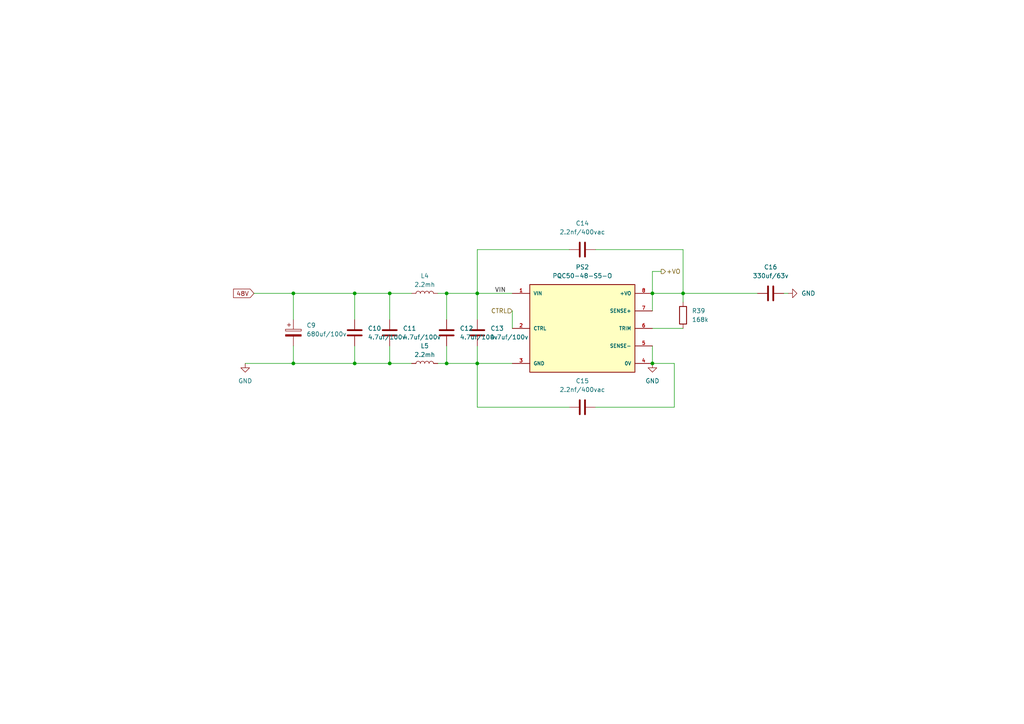
<source format=kicad_sch>
(kicad_sch
	(version 20231120)
	(generator "eeschema")
	(generator_version "8.0")
	(uuid "a0885f62-2629-4c79-b03a-42e41933f9ba")
	(paper "A4")
	(lib_symbols
		(symbol "BCRL_power_supply:PQC50-48-S5-O"
			(pin_names
				(offset 1.016)
			)
			(exclude_from_sim no)
			(in_bom yes)
			(on_board yes)
			(property "Reference" "PS"
				(at -15.24 13.462 0)
				(effects
					(font
						(size 1.27 1.27)
					)
					(justify left bottom)
				)
			)
			(property "Value" "PQC50-48-S5-O"
				(at -15.24 -15.24 0)
				(effects
					(font
						(size 1.27 1.27)
					)
					(justify left bottom)
				)
			)
			(property "Footprint" ""
				(at 0 0 0)
				(effects
					(font
						(size 1.27 1.27)
					)
					(justify bottom)
					(hide yes)
				)
			)
			(property "Datasheet" ""
				(at 0 0 0)
				(effects
					(font
						(size 1.27 1.27)
					)
					(hide yes)
				)
			)
			(property "Description" ""
				(at 0 0 0)
				(effects
					(font
						(size 1.27 1.27)
					)
					(hide yes)
				)
			)
			(property "PARTREV" "1"
				(at 0 0 0)
				(effects
					(font
						(size 1.27 1.27)
					)
					(justify bottom)
					(hide yes)
				)
			)
			(property "MANUFACTURER" "CUI Inc."
				(at 0 -2.54 0)
				(effects
					(font
						(size 1.27 1.27)
					)
					(justify bottom)
					(hide yes)
				)
			)
			(property "SNAPEDA_PN" "PQC30-48-S5-O"
				(at -1.27 2.54 0)
				(effects
					(font
						(size 1.27 1.27)
					)
					(justify bottom)
					(hide yes)
				)
			)
			(property "MAXIMUM_PACKAGE_HEIGHT" "9.18mm"
				(at 0 0 0)
				(effects
					(font
						(size 1.27 1.27)
					)
					(justify bottom)
					(hide yes)
				)
			)
			(property "STANDARD" ""
				(at 0 0 0)
				(effects
					(font
						(size 1.27 1.27)
					)
					(justify bottom)
					(hide yes)
				)
			)
			(symbol "PQC50-48-S5-O_0_0"
				(rectangle
					(start -15.24 12.7)
					(end 15.24 -12.7)
					(stroke
						(width 0.254)
						(type default)
					)
					(fill
						(type background)
					)
				)
				(pin input line
					(at -20.32 10.16 0)
					(length 5.08)
					(name "VIN"
						(effects
							(font
								(size 1.016 1.016)
							)
						)
					)
					(number "1"
						(effects
							(font
								(size 1.016 1.016)
							)
						)
					)
				)
				(pin input line
					(at -20.32 0 0)
					(length 5.08)
					(name "CTRL"
						(effects
							(font
								(size 1.016 1.016)
							)
						)
					)
					(number "2"
						(effects
							(font
								(size 1.016 1.016)
							)
						)
					)
				)
				(pin power_in line
					(at -20.32 -10.16 0)
					(length 5.08)
					(name "GND"
						(effects
							(font
								(size 1.016 1.016)
							)
						)
					)
					(number "3"
						(effects
							(font
								(size 1.016 1.016)
							)
						)
					)
				)
				(pin power_in line
					(at 20.32 -10.16 180)
					(length 5.08)
					(name "0V"
						(effects
							(font
								(size 1.016 1.016)
							)
						)
					)
					(number "4"
						(effects
							(font
								(size 1.016 1.016)
							)
						)
					)
				)
				(pin passive line
					(at 20.32 -5.08 180)
					(length 5.08)
					(name "SENSE-"
						(effects
							(font
								(size 1.016 1.016)
							)
						)
					)
					(number "5"
						(effects
							(font
								(size 1.016 1.016)
							)
						)
					)
				)
				(pin passive line
					(at 20.32 0 180)
					(length 5.08)
					(name "TRIM"
						(effects
							(font
								(size 1.016 1.016)
							)
						)
					)
					(number "6"
						(effects
							(font
								(size 1.016 1.016)
							)
						)
					)
				)
				(pin passive line
					(at 20.32 5.08 180)
					(length 5.08)
					(name "SENSE+"
						(effects
							(font
								(size 1.016 1.016)
							)
						)
					)
					(number "7"
						(effects
							(font
								(size 1.016 1.016)
							)
						)
					)
				)
				(pin power_in line
					(at 20.32 10.16 180)
					(length 5.08)
					(name "+VO"
						(effects
							(font
								(size 1.016 1.016)
							)
						)
					)
					(number "8"
						(effects
							(font
								(size 1.016 1.016)
							)
						)
					)
				)
			)
		)
		(symbol "Device:C"
			(pin_numbers hide)
			(pin_names
				(offset 0.254)
			)
			(exclude_from_sim no)
			(in_bom yes)
			(on_board yes)
			(property "Reference" "C"
				(at 0.635 2.54 0)
				(effects
					(font
						(size 1.27 1.27)
					)
					(justify left)
				)
			)
			(property "Value" "C"
				(at 0.635 -2.54 0)
				(effects
					(font
						(size 1.27 1.27)
					)
					(justify left)
				)
			)
			(property "Footprint" ""
				(at 0.9652 -3.81 0)
				(effects
					(font
						(size 1.27 1.27)
					)
					(hide yes)
				)
			)
			(property "Datasheet" "~"
				(at 0 0 0)
				(effects
					(font
						(size 1.27 1.27)
					)
					(hide yes)
				)
			)
			(property "Description" "Unpolarized capacitor"
				(at 0 0 0)
				(effects
					(font
						(size 1.27 1.27)
					)
					(hide yes)
				)
			)
			(property "ki_keywords" "cap capacitor"
				(at 0 0 0)
				(effects
					(font
						(size 1.27 1.27)
					)
					(hide yes)
				)
			)
			(property "ki_fp_filters" "C_*"
				(at 0 0 0)
				(effects
					(font
						(size 1.27 1.27)
					)
					(hide yes)
				)
			)
			(symbol "C_0_1"
				(polyline
					(pts
						(xy -2.032 -0.762) (xy 2.032 -0.762)
					)
					(stroke
						(width 0.508)
						(type default)
					)
					(fill
						(type none)
					)
				)
				(polyline
					(pts
						(xy -2.032 0.762) (xy 2.032 0.762)
					)
					(stroke
						(width 0.508)
						(type default)
					)
					(fill
						(type none)
					)
				)
			)
			(symbol "C_1_1"
				(pin passive line
					(at 0 3.81 270)
					(length 2.794)
					(name "~"
						(effects
							(font
								(size 1.27 1.27)
							)
						)
					)
					(number "1"
						(effects
							(font
								(size 1.27 1.27)
							)
						)
					)
				)
				(pin passive line
					(at 0 -3.81 90)
					(length 2.794)
					(name "~"
						(effects
							(font
								(size 1.27 1.27)
							)
						)
					)
					(number "2"
						(effects
							(font
								(size 1.27 1.27)
							)
						)
					)
				)
			)
		)
		(symbol "Device:C_Polarized"
			(pin_numbers hide)
			(pin_names
				(offset 0.254)
			)
			(exclude_from_sim no)
			(in_bom yes)
			(on_board yes)
			(property "Reference" "C"
				(at 0.635 2.54 0)
				(effects
					(font
						(size 1.27 1.27)
					)
					(justify left)
				)
			)
			(property "Value" "C_Polarized"
				(at 0.635 -2.54 0)
				(effects
					(font
						(size 1.27 1.27)
					)
					(justify left)
				)
			)
			(property "Footprint" ""
				(at 0.9652 -3.81 0)
				(effects
					(font
						(size 1.27 1.27)
					)
					(hide yes)
				)
			)
			(property "Datasheet" "~"
				(at 0 0 0)
				(effects
					(font
						(size 1.27 1.27)
					)
					(hide yes)
				)
			)
			(property "Description" "Polarized capacitor"
				(at 0 0 0)
				(effects
					(font
						(size 1.27 1.27)
					)
					(hide yes)
				)
			)
			(property "ki_keywords" "cap capacitor"
				(at 0 0 0)
				(effects
					(font
						(size 1.27 1.27)
					)
					(hide yes)
				)
			)
			(property "ki_fp_filters" "CP_*"
				(at 0 0 0)
				(effects
					(font
						(size 1.27 1.27)
					)
					(hide yes)
				)
			)
			(symbol "C_Polarized_0_1"
				(rectangle
					(start -2.286 0.508)
					(end 2.286 1.016)
					(stroke
						(width 0)
						(type default)
					)
					(fill
						(type none)
					)
				)
				(polyline
					(pts
						(xy -1.778 2.286) (xy -0.762 2.286)
					)
					(stroke
						(width 0)
						(type default)
					)
					(fill
						(type none)
					)
				)
				(polyline
					(pts
						(xy -1.27 2.794) (xy -1.27 1.778)
					)
					(stroke
						(width 0)
						(type default)
					)
					(fill
						(type none)
					)
				)
				(rectangle
					(start 2.286 -0.508)
					(end -2.286 -1.016)
					(stroke
						(width 0)
						(type default)
					)
					(fill
						(type outline)
					)
				)
			)
			(symbol "C_Polarized_1_1"
				(pin passive line
					(at 0 3.81 270)
					(length 2.794)
					(name "~"
						(effects
							(font
								(size 1.27 1.27)
							)
						)
					)
					(number "1"
						(effects
							(font
								(size 1.27 1.27)
							)
						)
					)
				)
				(pin passive line
					(at 0 -3.81 90)
					(length 2.794)
					(name "~"
						(effects
							(font
								(size 1.27 1.27)
							)
						)
					)
					(number "2"
						(effects
							(font
								(size 1.27 1.27)
							)
						)
					)
				)
			)
		)
		(symbol "Device:L"
			(pin_numbers hide)
			(pin_names
				(offset 1.016) hide)
			(exclude_from_sim no)
			(in_bom yes)
			(on_board yes)
			(property "Reference" "L"
				(at -1.27 0 90)
				(effects
					(font
						(size 1.27 1.27)
					)
				)
			)
			(property "Value" "L"
				(at 1.905 0 90)
				(effects
					(font
						(size 1.27 1.27)
					)
				)
			)
			(property "Footprint" ""
				(at 0 0 0)
				(effects
					(font
						(size 1.27 1.27)
					)
					(hide yes)
				)
			)
			(property "Datasheet" "~"
				(at 0 0 0)
				(effects
					(font
						(size 1.27 1.27)
					)
					(hide yes)
				)
			)
			(property "Description" "Inductor"
				(at 0 0 0)
				(effects
					(font
						(size 1.27 1.27)
					)
					(hide yes)
				)
			)
			(property "ki_keywords" "inductor choke coil reactor magnetic"
				(at 0 0 0)
				(effects
					(font
						(size 1.27 1.27)
					)
					(hide yes)
				)
			)
			(property "ki_fp_filters" "Choke_* *Coil* Inductor_* L_*"
				(at 0 0 0)
				(effects
					(font
						(size 1.27 1.27)
					)
					(hide yes)
				)
			)
			(symbol "L_0_1"
				(arc
					(start 0 -2.54)
					(mid 0.6323 -1.905)
					(end 0 -1.27)
					(stroke
						(width 0)
						(type default)
					)
					(fill
						(type none)
					)
				)
				(arc
					(start 0 -1.27)
					(mid 0.6323 -0.635)
					(end 0 0)
					(stroke
						(width 0)
						(type default)
					)
					(fill
						(type none)
					)
				)
				(arc
					(start 0 0)
					(mid 0.6323 0.635)
					(end 0 1.27)
					(stroke
						(width 0)
						(type default)
					)
					(fill
						(type none)
					)
				)
				(arc
					(start 0 1.27)
					(mid 0.6323 1.905)
					(end 0 2.54)
					(stroke
						(width 0)
						(type default)
					)
					(fill
						(type none)
					)
				)
			)
			(symbol "L_1_1"
				(pin passive line
					(at 0 3.81 270)
					(length 1.27)
					(name "1"
						(effects
							(font
								(size 1.27 1.27)
							)
						)
					)
					(number "1"
						(effects
							(font
								(size 1.27 1.27)
							)
						)
					)
				)
				(pin passive line
					(at 0 -3.81 90)
					(length 1.27)
					(name "2"
						(effects
							(font
								(size 1.27 1.27)
							)
						)
					)
					(number "2"
						(effects
							(font
								(size 1.27 1.27)
							)
						)
					)
				)
			)
		)
		(symbol "Device:R"
			(pin_numbers hide)
			(pin_names
				(offset 0)
			)
			(exclude_from_sim no)
			(in_bom yes)
			(on_board yes)
			(property "Reference" "R"
				(at 2.032 0 90)
				(effects
					(font
						(size 1.27 1.27)
					)
				)
			)
			(property "Value" "R"
				(at 0 0 90)
				(effects
					(font
						(size 1.27 1.27)
					)
				)
			)
			(property "Footprint" ""
				(at -1.778 0 90)
				(effects
					(font
						(size 1.27 1.27)
					)
					(hide yes)
				)
			)
			(property "Datasheet" "~"
				(at 0 0 0)
				(effects
					(font
						(size 1.27 1.27)
					)
					(hide yes)
				)
			)
			(property "Description" "Resistor"
				(at 0 0 0)
				(effects
					(font
						(size 1.27 1.27)
					)
					(hide yes)
				)
			)
			(property "ki_keywords" "R res resistor"
				(at 0 0 0)
				(effects
					(font
						(size 1.27 1.27)
					)
					(hide yes)
				)
			)
			(property "ki_fp_filters" "R_*"
				(at 0 0 0)
				(effects
					(font
						(size 1.27 1.27)
					)
					(hide yes)
				)
			)
			(symbol "R_0_1"
				(rectangle
					(start -1.016 -2.54)
					(end 1.016 2.54)
					(stroke
						(width 0.254)
						(type default)
					)
					(fill
						(type none)
					)
				)
			)
			(symbol "R_1_1"
				(pin passive line
					(at 0 3.81 270)
					(length 1.27)
					(name "~"
						(effects
							(font
								(size 1.27 1.27)
							)
						)
					)
					(number "1"
						(effects
							(font
								(size 1.27 1.27)
							)
						)
					)
				)
				(pin passive line
					(at 0 -3.81 90)
					(length 1.27)
					(name "~"
						(effects
							(font
								(size 1.27 1.27)
							)
						)
					)
					(number "2"
						(effects
							(font
								(size 1.27 1.27)
							)
						)
					)
				)
			)
		)
		(symbol "power:GND"
			(power)
			(pin_names
				(offset 0)
			)
			(exclude_from_sim no)
			(in_bom yes)
			(on_board yes)
			(property "Reference" "#PWR"
				(at 0 -6.35 0)
				(effects
					(font
						(size 1.27 1.27)
					)
					(hide yes)
				)
			)
			(property "Value" "GND"
				(at 0 -3.81 0)
				(effects
					(font
						(size 1.27 1.27)
					)
				)
			)
			(property "Footprint" ""
				(at 0 0 0)
				(effects
					(font
						(size 1.27 1.27)
					)
					(hide yes)
				)
			)
			(property "Datasheet" ""
				(at 0 0 0)
				(effects
					(font
						(size 1.27 1.27)
					)
					(hide yes)
				)
			)
			(property "Description" "Power symbol creates a global label with name \"GND\" , ground"
				(at 0 0 0)
				(effects
					(font
						(size 1.27 1.27)
					)
					(hide yes)
				)
			)
			(property "ki_keywords" "global power"
				(at 0 0 0)
				(effects
					(font
						(size 1.27 1.27)
					)
					(hide yes)
				)
			)
			(symbol "GND_0_1"
				(polyline
					(pts
						(xy 0 0) (xy 0 -1.27) (xy 1.27 -1.27) (xy 0 -2.54) (xy -1.27 -1.27) (xy 0 -1.27)
					)
					(stroke
						(width 0)
						(type default)
					)
					(fill
						(type none)
					)
				)
			)
			(symbol "GND_1_1"
				(pin power_in line
					(at 0 0 270)
					(length 0) hide
					(name "GND"
						(effects
							(font
								(size 1.27 1.27)
							)
						)
					)
					(number "1"
						(effects
							(font
								(size 1.27 1.27)
							)
						)
					)
				)
			)
		)
	)
	(junction
		(at 189.23 105.41)
		(diameter 0)
		(color 0 0 0 0)
		(uuid "2846ed54-c01d-407e-9066-cd0bf7531dfc")
	)
	(junction
		(at 113.03 85.09)
		(diameter 0)
		(color 0 0 0 0)
		(uuid "3b06de44-76e5-4c1b-868e-d4b4b0f492df")
	)
	(junction
		(at 102.87 85.09)
		(diameter 0)
		(color 0 0 0 0)
		(uuid "45378a61-4967-41e0-a108-4268035529b8")
	)
	(junction
		(at 129.54 105.41)
		(diameter 0)
		(color 0 0 0 0)
		(uuid "4fbbbd5a-f86d-4f72-8137-d33d16bb55d8")
	)
	(junction
		(at 129.54 85.09)
		(diameter 0)
		(color 0 0 0 0)
		(uuid "55afa8aa-54e7-473e-a9e3-ee0f5c3f6290")
	)
	(junction
		(at 138.43 85.09)
		(diameter 0)
		(color 0 0 0 0)
		(uuid "5d3d0c4d-6216-4b38-9baf-5a09e835e685")
	)
	(junction
		(at 102.87 105.41)
		(diameter 0)
		(color 0 0 0 0)
		(uuid "7d2ecb5b-d2bf-4d9f-bc18-22c129dc7711")
	)
	(junction
		(at 113.03 105.41)
		(diameter 0)
		(color 0 0 0 0)
		(uuid "88e51a00-bb42-4186-935b-e7fc11604a27")
	)
	(junction
		(at 138.43 105.41)
		(diameter 0)
		(color 0 0 0 0)
		(uuid "93d4e975-6ab4-4ee9-bc90-eb65991e4a56")
	)
	(junction
		(at 189.23 85.09)
		(diameter 0)
		(color 0 0 0 0)
		(uuid "a168a462-e605-4d75-8bd7-eed2befb100c")
	)
	(junction
		(at 85.09 105.41)
		(diameter 0)
		(color 0 0 0 0)
		(uuid "b8bbede0-15c0-4ae3-88fe-81a0884ae67b")
	)
	(junction
		(at 198.12 85.09)
		(diameter 0)
		(color 0 0 0 0)
		(uuid "d289d06d-356d-4f3f-851e-071ea7ff1157")
	)
	(junction
		(at 85.09 85.09)
		(diameter 0)
		(color 0 0 0 0)
		(uuid "e2d36a8a-1e52-4b62-89f4-ff413ff67041")
	)
	(wire
		(pts
			(xy 172.72 72.39) (xy 198.12 72.39)
		)
		(stroke
			(width 0)
			(type default)
		)
		(uuid "0447996b-187a-4ca4-8c0d-3d9d35981f06")
	)
	(wire
		(pts
			(xy 102.87 85.09) (xy 113.03 85.09)
		)
		(stroke
			(width 0)
			(type default)
		)
		(uuid "11389f7b-5d72-47ac-919d-729a99d75a1e")
	)
	(wire
		(pts
			(xy 73.66 85.09) (xy 85.09 85.09)
		)
		(stroke
			(width 0)
			(type default)
		)
		(uuid "151d4a47-df21-4897-8962-ccb38d889136")
	)
	(wire
		(pts
			(xy 113.03 85.09) (xy 119.38 85.09)
		)
		(stroke
			(width 0)
			(type default)
		)
		(uuid "1af94d85-3b1f-4ee7-8b92-67aa04a98c3f")
	)
	(wire
		(pts
			(xy 172.72 118.11) (xy 195.58 118.11)
		)
		(stroke
			(width 0)
			(type default)
		)
		(uuid "1f388864-ccb5-4bd6-ab35-109283c8b83e")
	)
	(wire
		(pts
			(xy 228.6 85.09) (xy 227.33 85.09)
		)
		(stroke
			(width 0)
			(type default)
		)
		(uuid "2c021128-d6e5-48ec-a9a2-5e67c9ee0203")
	)
	(wire
		(pts
			(xy 102.87 105.41) (xy 113.03 105.41)
		)
		(stroke
			(width 0)
			(type default)
		)
		(uuid "3156fafc-15ca-4ac5-a24d-12e7dde882f8")
	)
	(wire
		(pts
			(xy 138.43 100.33) (xy 138.43 105.41)
		)
		(stroke
			(width 0)
			(type default)
		)
		(uuid "37250254-c7b1-4963-b1db-39db751bce7b")
	)
	(wire
		(pts
			(xy 189.23 85.09) (xy 198.12 85.09)
		)
		(stroke
			(width 0)
			(type default)
		)
		(uuid "3baa1453-a397-4fc4-81ff-ae92bdb0ff07")
	)
	(wire
		(pts
			(xy 189.23 85.09) (xy 189.23 90.17)
		)
		(stroke
			(width 0)
			(type default)
		)
		(uuid "3c6d9098-c619-4b93-bba8-cb8251c08852")
	)
	(wire
		(pts
			(xy 113.03 85.09) (xy 113.03 92.71)
		)
		(stroke
			(width 0)
			(type default)
		)
		(uuid "3d78ef41-5faf-473a-a896-51110b911c22")
	)
	(wire
		(pts
			(xy 85.09 105.41) (xy 102.87 105.41)
		)
		(stroke
			(width 0)
			(type default)
		)
		(uuid "43fb29db-4156-46d3-baf7-63940dffbe09")
	)
	(wire
		(pts
			(xy 138.43 85.09) (xy 148.59 85.09)
		)
		(stroke
			(width 0)
			(type default)
		)
		(uuid "462b6625-1942-4d6e-8596-41385a4cb47e")
	)
	(wire
		(pts
			(xy 148.59 90.17) (xy 148.59 95.25)
		)
		(stroke
			(width 0)
			(type default)
		)
		(uuid "4742df03-28f6-49b1-9500-bf067cd44919")
	)
	(wire
		(pts
			(xy 85.09 85.09) (xy 102.87 85.09)
		)
		(stroke
			(width 0)
			(type default)
		)
		(uuid "49c4a025-7206-4c12-898b-75f3d6c749ec")
	)
	(wire
		(pts
			(xy 129.54 105.41) (xy 138.43 105.41)
		)
		(stroke
			(width 0)
			(type default)
		)
		(uuid "5d38701a-3abc-4679-ad92-7f123174fb0e")
	)
	(wire
		(pts
			(xy 195.58 118.11) (xy 195.58 105.41)
		)
		(stroke
			(width 0)
			(type default)
		)
		(uuid "5e6762d3-0721-4568-99f4-43e7e67dd6c2")
	)
	(wire
		(pts
			(xy 129.54 100.33) (xy 129.54 105.41)
		)
		(stroke
			(width 0)
			(type default)
		)
		(uuid "68120706-eebf-4567-a0c0-daaa0faa3893")
	)
	(wire
		(pts
			(xy 138.43 72.39) (xy 138.43 85.09)
		)
		(stroke
			(width 0)
			(type default)
		)
		(uuid "733fba18-e671-45e3-9025-0c3a6bdef324")
	)
	(wire
		(pts
			(xy 198.12 85.09) (xy 219.71 85.09)
		)
		(stroke
			(width 0)
			(type default)
		)
		(uuid "74e17b24-b6a8-4e7a-ad3b-99167f57afa4")
	)
	(wire
		(pts
			(xy 113.03 100.33) (xy 113.03 105.41)
		)
		(stroke
			(width 0)
			(type default)
		)
		(uuid "7754e0aa-81eb-4f0d-a90e-065cd3194ec4")
	)
	(wire
		(pts
			(xy 127 85.09) (xy 129.54 85.09)
		)
		(stroke
			(width 0)
			(type default)
		)
		(uuid "7bc67a87-3c07-4f98-b813-33e7998c1738")
	)
	(wire
		(pts
			(xy 127 105.41) (xy 129.54 105.41)
		)
		(stroke
			(width 0)
			(type default)
		)
		(uuid "7f40ba84-4c13-42f2-aa48-aa31ff43845b")
	)
	(wire
		(pts
			(xy 165.1 72.39) (xy 138.43 72.39)
		)
		(stroke
			(width 0)
			(type default)
		)
		(uuid "8229f26b-b0eb-4be0-a42c-a51754805c47")
	)
	(wire
		(pts
			(xy 85.09 100.33) (xy 85.09 105.41)
		)
		(stroke
			(width 0)
			(type default)
		)
		(uuid "83264303-679f-4ef7-980e-748582c0199f")
	)
	(wire
		(pts
			(xy 198.12 72.39) (xy 198.12 85.09)
		)
		(stroke
			(width 0)
			(type default)
		)
		(uuid "8f83563b-7c50-49a2-8717-84c9b629dad9")
	)
	(wire
		(pts
			(xy 71.12 105.41) (xy 85.09 105.41)
		)
		(stroke
			(width 0)
			(type default)
		)
		(uuid "9f4d67cb-96d0-4e1a-a0de-4c6edd2e9dca")
	)
	(wire
		(pts
			(xy 138.43 85.09) (xy 138.43 92.71)
		)
		(stroke
			(width 0)
			(type default)
		)
		(uuid "a32f3080-279f-4612-9a76-cc477bc409e8")
	)
	(wire
		(pts
			(xy 191.77 78.74) (xy 189.23 78.74)
		)
		(stroke
			(width 0)
			(type default)
		)
		(uuid "ab7ca8aa-8255-4a48-928f-fec148871419")
	)
	(wire
		(pts
			(xy 189.23 100.33) (xy 189.23 105.41)
		)
		(stroke
			(width 0)
			(type default)
		)
		(uuid "ac15f5f8-8df3-414c-a051-64439d50e3bb")
	)
	(wire
		(pts
			(xy 129.54 85.09) (xy 129.54 92.71)
		)
		(stroke
			(width 0)
			(type default)
		)
		(uuid "ac8729bc-920b-4256-8f48-349da4c78a98")
	)
	(wire
		(pts
			(xy 129.54 85.09) (xy 138.43 85.09)
		)
		(stroke
			(width 0)
			(type default)
		)
		(uuid "ad4a4f80-2de2-4bf1-bc9a-5aae0f360c53")
	)
	(wire
		(pts
			(xy 113.03 105.41) (xy 119.38 105.41)
		)
		(stroke
			(width 0)
			(type default)
		)
		(uuid "af5fe42d-ac30-4e1d-84eb-57bb64f4ffe6")
	)
	(wire
		(pts
			(xy 102.87 85.09) (xy 102.87 92.71)
		)
		(stroke
			(width 0)
			(type default)
		)
		(uuid "ba929267-c4ed-416b-a982-9321d49058ab")
	)
	(wire
		(pts
			(xy 189.23 95.25) (xy 198.12 95.25)
		)
		(stroke
			(width 0)
			(type default)
		)
		(uuid "bddcb601-2966-4e93-8cf2-ec6946cebd23")
	)
	(wire
		(pts
			(xy 165.1 118.11) (xy 138.43 118.11)
		)
		(stroke
			(width 0)
			(type default)
		)
		(uuid "c789b47e-f2af-41fd-a03a-100b97d48792")
	)
	(wire
		(pts
			(xy 198.12 85.09) (xy 198.12 87.63)
		)
		(stroke
			(width 0)
			(type default)
		)
		(uuid "cae4f6ed-67e3-4ba7-9b0c-abcca3f60651")
	)
	(wire
		(pts
			(xy 189.23 105.41) (xy 195.58 105.41)
		)
		(stroke
			(width 0)
			(type default)
		)
		(uuid "cce562dd-c069-4036-8a78-81239926efd1")
	)
	(wire
		(pts
			(xy 102.87 100.33) (xy 102.87 105.41)
		)
		(stroke
			(width 0)
			(type default)
		)
		(uuid "def6f7be-9820-4b70-9664-fc22a2dd7069")
	)
	(wire
		(pts
			(xy 189.23 78.74) (xy 189.23 85.09)
		)
		(stroke
			(width 0)
			(type default)
		)
		(uuid "e5e75a62-8458-426e-af80-816a6c5954fa")
	)
	(wire
		(pts
			(xy 138.43 105.41) (xy 148.59 105.41)
		)
		(stroke
			(width 0)
			(type default)
		)
		(uuid "ee4cea70-97c6-4ec8-9be4-c30e7d56123f")
	)
	(wire
		(pts
			(xy 85.09 85.09) (xy 85.09 92.71)
		)
		(stroke
			(width 0)
			(type default)
		)
		(uuid "f2697ab1-cee5-4c7e-acb2-6f95815ea47c")
	)
	(wire
		(pts
			(xy 138.43 118.11) (xy 138.43 105.41)
		)
		(stroke
			(width 0)
			(type default)
		)
		(uuid "f906beef-1fb2-44f6-a706-614a88083658")
	)
	(label "VIN"
		(at 143.51 85.09 0)
		(fields_autoplaced yes)
		(effects
			(font
				(size 1.27 1.27)
			)
			(justify left bottom)
		)
		(uuid "18cacacb-74fd-49bc-a5e6-0bcc3c915964")
	)
	(global_label "48V"
		(shape input)
		(at 73.66 85.09 180)
		(fields_autoplaced yes)
		(effects
			(font
				(size 1.27 1.27)
			)
			(justify right)
		)
		(uuid "1fa834bc-0247-4846-b628-8ea8059e8d65")
		(property "Intersheetrefs" "${INTERSHEET_REFS}"
			(at 67.1672 85.09 0)
			(effects
				(font
					(size 1.27 1.27)
				)
				(justify right)
				(hide yes)
			)
		)
	)
	(hierarchical_label "CTRL"
		(shape input)
		(at 148.59 90.17 180)
		(fields_autoplaced yes)
		(effects
			(font
				(size 1.27 1.27)
			)
			(justify right)
		)
		(uuid "7181a344-6471-496b-9f66-21f20b88aa2a")
	)
	(hierarchical_label "+VO"
		(shape output)
		(at 191.77 78.74 0)
		(fields_autoplaced yes)
		(effects
			(font
				(size 1.27 1.27)
			)
			(justify left)
		)
		(uuid "c10bb832-3287-4ea8-8fa2-086e281fc225")
	)
	(symbol
		(lib_id "Device:L")
		(at 123.19 85.09 90)
		(unit 1)
		(exclude_from_sim no)
		(in_bom yes)
		(on_board yes)
		(dnp no)
		(fields_autoplaced yes)
		(uuid "0045ed4a-4154-4349-bd01-89e3ec345935")
		(property "Reference" "L4"
			(at 123.19 80.01 90)
			(effects
				(font
					(size 1.27 1.27)
				)
			)
		)
		(property "Value" "2.2mh"
			(at 123.19 82.55 90)
			(effects
				(font
					(size 1.27 1.27)
				)
			)
		)
		(property "Footprint" "Inductor_SMD:L_0603_1608Metric"
			(at 123.19 85.09 0)
			(effects
				(font
					(size 1.27 1.27)
				)
				(hide yes)
			)
		)
		(property "Datasheet" "~"
			(at 123.19 85.09 0)
			(effects
				(font
					(size 1.27 1.27)
				)
				(hide yes)
			)
		)
		(property "Description" ""
			(at 123.19 85.09 0)
			(effects
				(font
					(size 1.27 1.27)
				)
				(hide yes)
			)
		)
		(pin "1"
			(uuid "44157df0-a984-4885-9014-f4ae2db50fef")
		)
		(pin "2"
			(uuid "b919222d-2d41-46c9-b3d2-d3cba116203c")
		)
		(instances
			(project "bcrl_power_supply"
				(path "/77f0f57c-9586-4625-9281-fa8cbd8015db/94fee228-5462-46f6-ad6c-1e47c0f1b343/e938eaba-eb56-49ed-80f3-a12ee00142e6"
					(reference "L4")
					(unit 1)
				)
				(path "/77f0f57c-9586-4625-9281-fa8cbd8015db/94fee228-5462-46f6-ad6c-1e47c0f1b343/e1d87727-a2db-43d5-a054-d861d2da443d"
					(reference "L6")
					(unit 1)
				)
				(path "/77f0f57c-9586-4625-9281-fa8cbd8015db/94fee228-5462-46f6-ad6c-1e47c0f1b343/6efab62c-d970-45e4-8a68-64d7e13808b2"
					(reference "L10")
					(unit 1)
				)
				(path "/77f0f57c-9586-4625-9281-fa8cbd8015db/94fee228-5462-46f6-ad6c-1e47c0f1b343/019bd784-fc8a-4915-bb29-73e635153bab"
					(reference "L8")
					(unit 1)
				)
				(path "/77f0f57c-9586-4625-9281-fa8cbd8015db/86d69f20-72a8-480c-899a-1cc522974f16/8eff9f86-f063-4b6a-8ff6-88571e93c688"
					(reference "L25")
					(unit 1)
				)
				(path "/77f0f57c-9586-4625-9281-fa8cbd8015db/86d69f20-72a8-480c-899a-1cc522974f16/ef4fd39b-06c8-45cb-9701-0a959f8e816a"
					(reference "L27")
					(unit 1)
				)
				(path "/77f0f57c-9586-4625-9281-fa8cbd8015db/86d69f20-72a8-480c-899a-1cc522974f16/23cd3b36-4f73-44f0-b89b-c9f1e2a0ac78"
					(reference "L30")
					(unit 1)
				)
				(path "/77f0f57c-9586-4625-9281-fa8cbd8015db/86d69f20-72a8-480c-899a-1cc522974f16/53e4312f-ba28-4f96-87e8-7eb8747ac94a"
					(reference "L32")
					(unit 1)
				)
				(path "/77f0f57c-9586-4625-9281-fa8cbd8015db/905e1951-db20-44ae-8726-232e4adb05c8/acd3b3ab-976d-4699-bf54-77b01a76c029"
					(reference "L17")
					(unit 1)
				)
				(path "/77f0f57c-9586-4625-9281-fa8cbd8015db/905e1951-db20-44ae-8726-232e4adb05c8/f3b75377-9537-4793-adbe-0e32b94ca2d1"
					(reference "L19")
					(unit 1)
				)
				(path "/77f0f57c-9586-4625-9281-fa8cbd8015db/bd5f384d-3d4b-4f0a-b9a1-dce2d9828457/acd3b3ab-976d-4699-bf54-77b01a76c029"
					(reference "L36")
					(unit 1)
				)
				(path "/77f0f57c-9586-4625-9281-fa8cbd8015db/bd5f384d-3d4b-4f0a-b9a1-dce2d9828457/f3b75377-9537-4793-adbe-0e32b94ca2d1"
					(reference "L38")
					(unit 1)
				)
				(path "/77f0f57c-9586-4625-9281-fa8cbd8015db/02f67898-9849-4534-b5ea-a13a752d897f/acd3b3ab-976d-4699-bf54-77b01a76c029"
					(reference "L40")
					(unit 1)
				)
				(path "/77f0f57c-9586-4625-9281-fa8cbd8015db/02f67898-9849-4534-b5ea-a13a752d897f/f3b75377-9537-4793-adbe-0e32b94ca2d1"
					(reference "L43")
					(unit 1)
				)
				(path "/77f0f57c-9586-4625-9281-fa8cbd8015db/a7671e1e-4655-4056-8fad-170944a9dd10/acd3b3ab-976d-4699-bf54-77b01a76c029"
					(reference "L21")
					(unit 1)
				)
				(path "/77f0f57c-9586-4625-9281-fa8cbd8015db/a7671e1e-4655-4056-8fad-170944a9dd10/f3b75377-9537-4793-adbe-0e32b94ca2d1"
					(reference "L23")
					(unit 1)
				)
				(path "/77f0f57c-9586-4625-9281-fa8cbd8015db/33e29609-c49f-40d6-8d19-845b9c0d1d83/46bb1ce7-0e0a-47ff-a99f-4306fd96427b"
					(reference "L49")
					(unit 1)
				)
			)
		)
	)
	(symbol
		(lib_id "Device:C")
		(at 168.91 72.39 90)
		(unit 1)
		(exclude_from_sim no)
		(in_bom yes)
		(on_board yes)
		(dnp no)
		(fields_autoplaced yes)
		(uuid "15da86aa-8c23-4588-9730-e5d4b518db20")
		(property "Reference" "C14"
			(at 168.91 64.77 90)
			(effects
				(font
					(size 1.27 1.27)
				)
			)
		)
		(property "Value" "2.2nf/400vac"
			(at 168.91 67.31 90)
			(effects
				(font
					(size 1.27 1.27)
				)
			)
		)
		(property "Footprint" "Capacitor_SMD:C_0603_1608Metric"
			(at 172.72 71.4248 0)
			(effects
				(font
					(size 1.27 1.27)
				)
				(hide yes)
			)
		)
		(property "Datasheet" "~"
			(at 168.91 72.39 0)
			(effects
				(font
					(size 1.27 1.27)
				)
				(hide yes)
			)
		)
		(property "Description" ""
			(at 168.91 72.39 0)
			(effects
				(font
					(size 1.27 1.27)
				)
				(hide yes)
			)
		)
		(pin "1"
			(uuid "bbcd001c-738c-4b78-a235-78e10a797209")
		)
		(pin "2"
			(uuid "2937e57f-ebab-4d77-b63d-ea8b72e1da6a")
		)
		(instances
			(project "bcrl_power_supply"
				(path "/77f0f57c-9586-4625-9281-fa8cbd8015db/94fee228-5462-46f6-ad6c-1e47c0f1b343/e938eaba-eb56-49ed-80f3-a12ee00142e6"
					(reference "C14")
					(unit 1)
				)
				(path "/77f0f57c-9586-4625-9281-fa8cbd8015db/94fee228-5462-46f6-ad6c-1e47c0f1b343/e1d87727-a2db-43d5-a054-d861d2da443d"
					(reference "C22")
					(unit 1)
				)
				(path "/77f0f57c-9586-4625-9281-fa8cbd8015db/94fee228-5462-46f6-ad6c-1e47c0f1b343/6efab62c-d970-45e4-8a68-64d7e13808b2"
					(reference "C38")
					(unit 1)
				)
				(path "/77f0f57c-9586-4625-9281-fa8cbd8015db/94fee228-5462-46f6-ad6c-1e47c0f1b343/019bd784-fc8a-4915-bb29-73e635153bab"
					(reference "C30")
					(unit 1)
				)
				(path "/77f0f57c-9586-4625-9281-fa8cbd8015db/86d69f20-72a8-480c-899a-1cc522974f16/8eff9f86-f063-4b6a-8ff6-88571e93c688"
					(reference "C88")
					(unit 1)
				)
				(path "/77f0f57c-9586-4625-9281-fa8cbd8015db/86d69f20-72a8-480c-899a-1cc522974f16/ef4fd39b-06c8-45cb-9701-0a959f8e816a"
					(reference "C96")
					(unit 1)
				)
				(path "/77f0f57c-9586-4625-9281-fa8cbd8015db/86d69f20-72a8-480c-899a-1cc522974f16/23cd3b36-4f73-44f0-b89b-c9f1e2a0ac78"
					(reference "C106")
					(unit 1)
				)
				(path "/77f0f57c-9586-4625-9281-fa8cbd8015db/86d69f20-72a8-480c-899a-1cc522974f16/53e4312f-ba28-4f96-87e8-7eb8747ac94a"
					(reference "C114")
					(unit 1)
				)
				(path "/77f0f57c-9586-4625-9281-fa8cbd8015db/905e1951-db20-44ae-8726-232e4adb05c8/acd3b3ab-976d-4699-bf54-77b01a76c029"
					(reference "C56")
					(unit 1)
				)
				(path "/77f0f57c-9586-4625-9281-fa8cbd8015db/905e1951-db20-44ae-8726-232e4adb05c8/f3b75377-9537-4793-adbe-0e32b94ca2d1"
					(reference "C64")
					(unit 1)
				)
				(path "/77f0f57c-9586-4625-9281-fa8cbd8015db/bd5f384d-3d4b-4f0a-b9a1-dce2d9828457/acd3b3ab-976d-4699-bf54-77b01a76c029"
					(reference "C126")
					(unit 1)
				)
				(path "/77f0f57c-9586-4625-9281-fa8cbd8015db/bd5f384d-3d4b-4f0a-b9a1-dce2d9828457/f3b75377-9537-4793-adbe-0e32b94ca2d1"
					(reference "C134")
					(unit 1)
				)
				(path "/77f0f57c-9586-4625-9281-fa8cbd8015db/02f67898-9849-4534-b5ea-a13a752d897f/acd3b3ab-976d-4699-bf54-77b01a76c029"
					(reference "C142")
					(unit 1)
				)
				(path "/77f0f57c-9586-4625-9281-fa8cbd8015db/02f67898-9849-4534-b5ea-a13a752d897f/f3b75377-9537-4793-adbe-0e32b94ca2d1"
					(reference "C157")
					(unit 1)
				)
				(path "/77f0f57c-9586-4625-9281-fa8cbd8015db/a7671e1e-4655-4056-8fad-170944a9dd10/acd3b3ab-976d-4699-bf54-77b01a76c029"
					(reference "C72")
					(unit 1)
				)
				(path "/77f0f57c-9586-4625-9281-fa8cbd8015db/a7671e1e-4655-4056-8fad-170944a9dd10/f3b75377-9537-4793-adbe-0e32b94ca2d1"
					(reference "C80")
					(unit 1)
				)
				(path "/77f0f57c-9586-4625-9281-fa8cbd8015db/33e29609-c49f-40d6-8d19-845b9c0d1d83/46bb1ce7-0e0a-47ff-a99f-4306fd96427b"
					(reference "C178")
					(unit 1)
				)
			)
		)
	)
	(symbol
		(lib_id "BCRL_power_supply:PQC50-48-S5-O")
		(at 168.91 95.25 0)
		(unit 1)
		(exclude_from_sim no)
		(in_bom yes)
		(on_board yes)
		(dnp no)
		(fields_autoplaced yes)
		(uuid "21248e0c-1426-4b44-848d-1ec01cae4ae9")
		(property "Reference" "PS2"
			(at 168.91 77.47 0)
			(effects
				(font
					(size 1.27 1.27)
				)
			)
		)
		(property "Value" "PQC50-48-S5-O"
			(at 168.91 80.01 0)
			(effects
				(font
					(size 1.27 1.27)
				)
			)
		)
		(property "Footprint" "BCRL_power_supply:CONV_PQC50-48-S5-O"
			(at 168.91 95.25 0)
			(effects
				(font
					(size 1.27 1.27)
				)
				(justify bottom)
				(hide yes)
			)
		)
		(property "Datasheet" ""
			(at 168.91 95.25 0)
			(effects
				(font
					(size 1.27 1.27)
				)
				(hide yes)
			)
		)
		(property "Description" ""
			(at 168.91 95.25 0)
			(effects
				(font
					(size 1.27 1.27)
				)
				(hide yes)
			)
		)
		(property "PARTREV" "1"
			(at 168.91 95.25 0)
			(effects
				(font
					(size 1.27 1.27)
				)
				(justify bottom)
				(hide yes)
			)
		)
		(property "MANUFACTURER" "CUI Inc."
			(at 168.91 97.79 0)
			(effects
				(font
					(size 1.27 1.27)
				)
				(justify bottom)
				(hide yes)
			)
		)
		(property "SNAPEDA_PN" "PQC30-48-S5-O"
			(at 167.64 92.71 0)
			(effects
				(font
					(size 1.27 1.27)
				)
				(justify bottom)
				(hide yes)
			)
		)
		(property "MAXIMUM_PACKAGE_HEIGHT" "9.18mm"
			(at 168.91 95.25 0)
			(effects
				(font
					(size 1.27 1.27)
				)
				(justify bottom)
				(hide yes)
			)
		)
		(property "STANDARD" ""
			(at 168.91 95.25 0)
			(effects
				(font
					(size 1.27 1.27)
				)
				(justify bottom)
				(hide yes)
			)
		)
		(pin "3"
			(uuid "3c61cc2e-3ee1-4fe2-b15e-2c9526b73f88")
		)
		(pin "1"
			(uuid "4cea2284-5fcc-466b-bb56-c2cbfbb39b0f")
		)
		(pin "6"
			(uuid "f00a84a2-6168-4075-bc61-1e47935c3a03")
		)
		(pin "2"
			(uuid "7186e17a-4f73-4b04-a1df-c93d47212e9f")
		)
		(pin "4"
			(uuid "99ea3237-1f51-4ab8-b2ec-ecb4dd669a11")
		)
		(pin "7"
			(uuid "50e095c4-695d-4892-a65f-3adeb16c9b44")
		)
		(pin "8"
			(uuid "a557c141-e9bc-4c13-ad2f-32fdbc78702f")
		)
		(pin "5"
			(uuid "19d351f0-b926-4422-b6c9-6c6f93fb55c3")
		)
		(instances
			(project "bcrl_power_supply"
				(path "/77f0f57c-9586-4625-9281-fa8cbd8015db/94fee228-5462-46f6-ad6c-1e47c0f1b343/e938eaba-eb56-49ed-80f3-a12ee00142e6"
					(reference "PS2")
					(unit 1)
				)
				(path "/77f0f57c-9586-4625-9281-fa8cbd8015db/94fee228-5462-46f6-ad6c-1e47c0f1b343/e1d87727-a2db-43d5-a054-d861d2da443d"
					(reference "PS3")
					(unit 1)
				)
				(path "/77f0f57c-9586-4625-9281-fa8cbd8015db/94fee228-5462-46f6-ad6c-1e47c0f1b343/6efab62c-d970-45e4-8a68-64d7e13808b2"
					(reference "PS5")
					(unit 1)
				)
				(path "/77f0f57c-9586-4625-9281-fa8cbd8015db/94fee228-5462-46f6-ad6c-1e47c0f1b343/019bd784-fc8a-4915-bb29-73e635153bab"
					(reference "PS4")
					(unit 1)
				)
				(path "/77f0f57c-9586-4625-9281-fa8cbd8015db/86d69f20-72a8-480c-899a-1cc522974f16/8eff9f86-f063-4b6a-8ff6-88571e93c688"
					(reference "PS11")
					(unit 1)
				)
				(path "/77f0f57c-9586-4625-9281-fa8cbd8015db/86d69f20-72a8-480c-899a-1cc522974f16/ef4fd39b-06c8-45cb-9701-0a959f8e816a"
					(reference "PS12")
					(unit 1)
				)
				(path "/77f0f57c-9586-4625-9281-fa8cbd8015db/86d69f20-72a8-480c-899a-1cc522974f16/23cd3b36-4f73-44f0-b89b-c9f1e2a0ac78"
					(reference "PS13")
					(unit 1)
				)
				(path "/77f0f57c-9586-4625-9281-fa8cbd8015db/86d69f20-72a8-480c-899a-1cc522974f16/53e4312f-ba28-4f96-87e8-7eb8747ac94a"
					(reference "PS14")
					(unit 1)
				)
				(path "/77f0f57c-9586-4625-9281-fa8cbd8015db/905e1951-db20-44ae-8726-232e4adb05c8/acd3b3ab-976d-4699-bf54-77b01a76c029"
					(reference "PS1")
					(unit 1)
				)
				(path "/77f0f57c-9586-4625-9281-fa8cbd8015db/905e1951-db20-44ae-8726-232e4adb05c8/f3b75377-9537-4793-adbe-0e32b94ca2d1"
					(reference "PS6")
					(unit 1)
				)
				(path "/77f0f57c-9586-4625-9281-fa8cbd8015db/bd5f384d-3d4b-4f0a-b9a1-dce2d9828457/acd3b3ab-976d-4699-bf54-77b01a76c029"
					(reference "PS9")
					(unit 1)
				)
				(path "/77f0f57c-9586-4625-9281-fa8cbd8015db/bd5f384d-3d4b-4f0a-b9a1-dce2d9828457/f3b75377-9537-4793-adbe-0e32b94ca2d1"
					(reference "PS10")
					(unit 1)
				)
				(path "/77f0f57c-9586-4625-9281-fa8cbd8015db/02f67898-9849-4534-b5ea-a13a752d897f/acd3b3ab-976d-4699-bf54-77b01a76c029"
					(reference "PS15")
					(unit 1)
				)
				(path "/77f0f57c-9586-4625-9281-fa8cbd8015db/02f67898-9849-4534-b5ea-a13a752d897f/f3b75377-9537-4793-adbe-0e32b94ca2d1"
					(reference "PS16")
					(unit 1)
				)
				(path "/77f0f57c-9586-4625-9281-fa8cbd8015db/a7671e1e-4655-4056-8fad-170944a9dd10/acd3b3ab-976d-4699-bf54-77b01a76c029"
					(reference "PS7")
					(unit 1)
				)
				(path "/77f0f57c-9586-4625-9281-fa8cbd8015db/a7671e1e-4655-4056-8fad-170944a9dd10/f3b75377-9537-4793-adbe-0e32b94ca2d1"
					(reference "PS8")
					(unit 1)
				)
				(path "/77f0f57c-9586-4625-9281-fa8cbd8015db/33e29609-c49f-40d6-8d19-845b9c0d1d83/46bb1ce7-0e0a-47ff-a99f-4306fd96427b"
					(reference "PS17")
					(unit 1)
				)
			)
		)
	)
	(symbol
		(lib_id "Device:R")
		(at 198.12 91.44 0)
		(unit 1)
		(exclude_from_sim no)
		(in_bom yes)
		(on_board yes)
		(dnp no)
		(fields_autoplaced yes)
		(uuid "2fd44c6a-a03d-459f-9b29-8cbdcd15628b")
		(property "Reference" "R39"
			(at 200.66 90.1699 0)
			(effects
				(font
					(size 1.27 1.27)
				)
				(justify left)
			)
		)
		(property "Value" "168k"
			(at 200.66 92.7099 0)
			(effects
				(font
					(size 1.27 1.27)
				)
				(justify left)
			)
		)
		(property "Footprint" "Resistor_SMD:R_0603_1608Metric"
			(at 196.342 91.44 90)
			(effects
				(font
					(size 1.27 1.27)
				)
				(hide yes)
			)
		)
		(property "Datasheet" "~"
			(at 198.12 91.44 0)
			(effects
				(font
					(size 1.27 1.27)
				)
				(hide yes)
			)
		)
		(property "Description" "Resistor"
			(at 198.12 91.44 0)
			(effects
				(font
					(size 1.27 1.27)
				)
				(hide yes)
			)
		)
		(pin "2"
			(uuid "1944b6fa-b2c2-456d-8022-62f3c633331e")
		)
		(pin "1"
			(uuid "be719e69-3acd-48c8-85dc-8ecb34bcdfe2")
		)
		(instances
			(project "bcrl_power_supply"
				(path "/77f0f57c-9586-4625-9281-fa8cbd8015db/33e29609-c49f-40d6-8d19-845b9c0d1d83/46bb1ce7-0e0a-47ff-a99f-4306fd96427b"
					(reference "R39")
					(unit 1)
				)
				(path "/77f0f57c-9586-4625-9281-fa8cbd8015db/94fee228-5462-46f6-ad6c-1e47c0f1b343/e938eaba-eb56-49ed-80f3-a12ee00142e6"
					(reference "R14")
					(unit 1)
				)
				(path "/77f0f57c-9586-4625-9281-fa8cbd8015db/94fee228-5462-46f6-ad6c-1e47c0f1b343/e1d87727-a2db-43d5-a054-d861d2da443d"
					(reference "R15")
					(unit 1)
				)
				(path "/77f0f57c-9586-4625-9281-fa8cbd8015db/94fee228-5462-46f6-ad6c-1e47c0f1b343/019bd784-fc8a-4915-bb29-73e635153bab"
					(reference "R16")
					(unit 1)
				)
				(path "/77f0f57c-9586-4625-9281-fa8cbd8015db/94fee228-5462-46f6-ad6c-1e47c0f1b343/6efab62c-d970-45e4-8a68-64d7e13808b2"
					(reference "R17")
					(unit 1)
				)
				(path "/77f0f57c-9586-4625-9281-fa8cbd8015db/905e1951-db20-44ae-8726-232e4adb05c8/acd3b3ab-976d-4699-bf54-77b01a76c029"
					(reference "R18")
					(unit 1)
				)
				(path "/77f0f57c-9586-4625-9281-fa8cbd8015db/905e1951-db20-44ae-8726-232e4adb05c8/f3b75377-9537-4793-adbe-0e32b94ca2d1"
					(reference "R19")
					(unit 1)
				)
				(path "/77f0f57c-9586-4625-9281-fa8cbd8015db/bd5f384d-3d4b-4f0a-b9a1-dce2d9828457/acd3b3ab-976d-4699-bf54-77b01a76c029"
					(reference "R20")
					(unit 1)
				)
				(path "/77f0f57c-9586-4625-9281-fa8cbd8015db/a7671e1e-4655-4056-8fad-170944a9dd10/acd3b3ab-976d-4699-bf54-77b01a76c029"
					(reference "R21")
					(unit 1)
				)
				(path "/77f0f57c-9586-4625-9281-fa8cbd8015db/a7671e1e-4655-4056-8fad-170944a9dd10/f3b75377-9537-4793-adbe-0e32b94ca2d1"
					(reference "R22")
					(unit 1)
				)
				(path "/77f0f57c-9586-4625-9281-fa8cbd8015db/bd5f384d-3d4b-4f0a-b9a1-dce2d9828457/f3b75377-9537-4793-adbe-0e32b94ca2d1"
					(reference "R23")
					(unit 1)
				)
				(path "/77f0f57c-9586-4625-9281-fa8cbd8015db/02f67898-9849-4534-b5ea-a13a752d897f/acd3b3ab-976d-4699-bf54-77b01a76c029"
					(reference "R37")
					(unit 1)
				)
				(path "/77f0f57c-9586-4625-9281-fa8cbd8015db/02f67898-9849-4534-b5ea-a13a752d897f/f3b75377-9537-4793-adbe-0e32b94ca2d1"
					(reference "R38")
					(unit 1)
				)
				(path "/77f0f57c-9586-4625-9281-fa8cbd8015db/86d69f20-72a8-480c-899a-1cc522974f16/8eff9f86-f063-4b6a-8ff6-88571e93c688"
					(reference "R40")
					(unit 1)
				)
				(path "/77f0f57c-9586-4625-9281-fa8cbd8015db/86d69f20-72a8-480c-899a-1cc522974f16/ef4fd39b-06c8-45cb-9701-0a959f8e816a"
					(reference "R41")
					(unit 1)
				)
				(path "/77f0f57c-9586-4625-9281-fa8cbd8015db/86d69f20-72a8-480c-899a-1cc522974f16/23cd3b36-4f73-44f0-b89b-c9f1e2a0ac78"
					(reference "R42")
					(unit 1)
				)
				(path "/77f0f57c-9586-4625-9281-fa8cbd8015db/86d69f20-72a8-480c-899a-1cc522974f16/53e4312f-ba28-4f96-87e8-7eb8747ac94a"
					(reference "R43")
					(unit 1)
				)
			)
		)
	)
	(symbol
		(lib_id "power:GND")
		(at 228.6 85.09 90)
		(mirror x)
		(unit 1)
		(exclude_from_sim no)
		(in_bom yes)
		(on_board yes)
		(dnp no)
		(fields_autoplaced yes)
		(uuid "38757c2b-a207-4c2c-aa7f-0bced477169d")
		(property "Reference" "#PWR071"
			(at 234.95 85.09 0)
			(effects
				(font
					(size 1.27 1.27)
				)
				(hide yes)
			)
		)
		(property "Value" "GND"
			(at 232.41 85.09 90)
			(effects
				(font
					(size 1.27 1.27)
				)
				(justify right)
			)
		)
		(property "Footprint" ""
			(at 228.6 85.09 0)
			(effects
				(font
					(size 1.27 1.27)
				)
				(hide yes)
			)
		)
		(property "Datasheet" ""
			(at 228.6 85.09 0)
			(effects
				(font
					(size 1.27 1.27)
				)
				(hide yes)
			)
		)
		(property "Description" ""
			(at 228.6 85.09 0)
			(effects
				(font
					(size 1.27 1.27)
				)
				(hide yes)
			)
		)
		(pin "1"
			(uuid "82a1043d-3ad8-4028-8a93-de16278d8864")
		)
		(instances
			(project "bcrl_power_supply"
				(path "/77f0f57c-9586-4625-9281-fa8cbd8015db/94fee228-5462-46f6-ad6c-1e47c0f1b343/e938eaba-eb56-49ed-80f3-a12ee00142e6"
					(reference "#PWR071")
					(unit 1)
				)
				(path "/77f0f57c-9586-4625-9281-fa8cbd8015db/94fee228-5462-46f6-ad6c-1e47c0f1b343/e1d87727-a2db-43d5-a054-d861d2da443d"
					(reference "#PWR074")
					(unit 1)
				)
				(path "/77f0f57c-9586-4625-9281-fa8cbd8015db/94fee228-5462-46f6-ad6c-1e47c0f1b343/019bd784-fc8a-4915-bb29-73e635153bab"
					(reference "#PWR077")
					(unit 1)
				)
				(path "/77f0f57c-9586-4625-9281-fa8cbd8015db/94fee228-5462-46f6-ad6c-1e47c0f1b343/6efab62c-d970-45e4-8a68-64d7e13808b2"
					(reference "#PWR080")
					(unit 1)
				)
				(path "/77f0f57c-9586-4625-9281-fa8cbd8015db/86d69f20-72a8-480c-899a-1cc522974f16/8eff9f86-f063-4b6a-8ff6-88571e93c688"
					(reference "#PWR0181")
					(unit 1)
				)
				(path "/77f0f57c-9586-4625-9281-fa8cbd8015db/86d69f20-72a8-480c-899a-1cc522974f16/ef4fd39b-06c8-45cb-9701-0a959f8e816a"
					(reference "#PWR0184")
					(unit 1)
				)
				(path "/77f0f57c-9586-4625-9281-fa8cbd8015db/86d69f20-72a8-480c-899a-1cc522974f16/23cd3b36-4f73-44f0-b89b-c9f1e2a0ac78"
					(reference "#PWR0189")
					(unit 1)
				)
				(path "/77f0f57c-9586-4625-9281-fa8cbd8015db/86d69f20-72a8-480c-899a-1cc522974f16/53e4312f-ba28-4f96-87e8-7eb8747ac94a"
					(reference "#PWR0192")
					(unit 1)
				)
				(path "/77f0f57c-9586-4625-9281-fa8cbd8015db/905e1951-db20-44ae-8726-232e4adb05c8/acd3b3ab-976d-4699-bf54-77b01a76c029"
					(reference "#PWR0169")
					(unit 1)
				)
				(path "/77f0f57c-9586-4625-9281-fa8cbd8015db/905e1951-db20-44ae-8726-232e4adb05c8/f3b75377-9537-4793-adbe-0e32b94ca2d1"
					(reference "#PWR0172")
					(unit 1)
				)
				(path "/77f0f57c-9586-4625-9281-fa8cbd8015db/bd5f384d-3d4b-4f0a-b9a1-dce2d9828457/acd3b3ab-976d-4699-bf54-77b01a76c029"
					(reference "#PWR0203")
					(unit 1)
				)
				(path "/77f0f57c-9586-4625-9281-fa8cbd8015db/bd5f384d-3d4b-4f0a-b9a1-dce2d9828457/f3b75377-9537-4793-adbe-0e32b94ca2d1"
					(reference "#PWR0206")
					(unit 1)
				)
				(path "/77f0f57c-9586-4625-9281-fa8cbd8015db/02f67898-9849-4534-b5ea-a13a752d897f/acd3b3ab-976d-4699-bf54-77b01a76c029"
					(reference "#PWR0209")
					(unit 1)
				)
				(path "/77f0f57c-9586-4625-9281-fa8cbd8015db/02f67898-9849-4534-b5ea-a13a752d897f/f3b75377-9537-4793-adbe-0e32b94ca2d1"
					(reference "#PWR0214")
					(unit 1)
				)
				(path "/77f0f57c-9586-4625-9281-fa8cbd8015db/a7671e1e-4655-4056-8fad-170944a9dd10/acd3b3ab-976d-4699-bf54-77b01a76c029"
					(reference "#PWR0175")
					(unit 1)
				)
				(path "/77f0f57c-9586-4625-9281-fa8cbd8015db/a7671e1e-4655-4056-8fad-170944a9dd10/f3b75377-9537-4793-adbe-0e32b94ca2d1"
					(reference "#PWR0178")
					(unit 1)
				)
				(path "/77f0f57c-9586-4625-9281-fa8cbd8015db/33e29609-c49f-40d6-8d19-845b9c0d1d83/46bb1ce7-0e0a-47ff-a99f-4306fd96427b"
					(reference "#PWR0253")
					(unit 1)
				)
			)
		)
	)
	(symbol
		(lib_id "Device:C")
		(at 102.87 96.52 0)
		(unit 1)
		(exclude_from_sim no)
		(in_bom yes)
		(on_board yes)
		(dnp no)
		(fields_autoplaced yes)
		(uuid "44bb3e1f-4113-44fe-90a8-72489ebe9b06")
		(property "Reference" "C10"
			(at 106.68 95.25 0)
			(effects
				(font
					(size 1.27 1.27)
				)
				(justify left)
			)
		)
		(property "Value" "4.7uf/100v"
			(at 106.68 97.79 0)
			(effects
				(font
					(size 1.27 1.27)
				)
				(justify left)
			)
		)
		(property "Footprint" "Capacitor_SMD:C_0603_1608Metric"
			(at 103.8352 100.33 0)
			(effects
				(font
					(size 1.27 1.27)
				)
				(hide yes)
			)
		)
		(property "Datasheet" "~"
			(at 102.87 96.52 0)
			(effects
				(font
					(size 1.27 1.27)
				)
				(hide yes)
			)
		)
		(property "Description" ""
			(at 102.87 96.52 0)
			(effects
				(font
					(size 1.27 1.27)
				)
				(hide yes)
			)
		)
		(pin "1"
			(uuid "4d008c2c-3c7b-4b19-8636-f94fb54a9aff")
		)
		(pin "2"
			(uuid "d0d0b94e-5fdb-4900-ae44-e76485716831")
		)
		(instances
			(project "bcrl_power_supply"
				(path "/77f0f57c-9586-4625-9281-fa8cbd8015db/94fee228-5462-46f6-ad6c-1e47c0f1b343/e938eaba-eb56-49ed-80f3-a12ee00142e6"
					(reference "C10")
					(unit 1)
				)
				(path "/77f0f57c-9586-4625-9281-fa8cbd8015db/94fee228-5462-46f6-ad6c-1e47c0f1b343/e1d87727-a2db-43d5-a054-d861d2da443d"
					(reference "C18")
					(unit 1)
				)
				(path "/77f0f57c-9586-4625-9281-fa8cbd8015db/94fee228-5462-46f6-ad6c-1e47c0f1b343/6efab62c-d970-45e4-8a68-64d7e13808b2"
					(reference "C34")
					(unit 1)
				)
				(path "/77f0f57c-9586-4625-9281-fa8cbd8015db/94fee228-5462-46f6-ad6c-1e47c0f1b343/019bd784-fc8a-4915-bb29-73e635153bab"
					(reference "C26")
					(unit 1)
				)
				(path "/77f0f57c-9586-4625-9281-fa8cbd8015db/86d69f20-72a8-480c-899a-1cc522974f16/8eff9f86-f063-4b6a-8ff6-88571e93c688"
					(reference "C84")
					(unit 1)
				)
				(path "/77f0f57c-9586-4625-9281-fa8cbd8015db/86d69f20-72a8-480c-899a-1cc522974f16/ef4fd39b-06c8-45cb-9701-0a959f8e816a"
					(reference "C92")
					(unit 1)
				)
				(path "/77f0f57c-9586-4625-9281-fa8cbd8015db/86d69f20-72a8-480c-899a-1cc522974f16/23cd3b36-4f73-44f0-b89b-c9f1e2a0ac78"
					(reference "C102")
					(unit 1)
				)
				(path "/77f0f57c-9586-4625-9281-fa8cbd8015db/86d69f20-72a8-480c-899a-1cc522974f16/53e4312f-ba28-4f96-87e8-7eb8747ac94a"
					(reference "C110")
					(unit 1)
				)
				(path "/77f0f57c-9586-4625-9281-fa8cbd8015db/905e1951-db20-44ae-8726-232e4adb05c8/acd3b3ab-976d-4699-bf54-77b01a76c029"
					(reference "C52")
					(unit 1)
				)
				(path "/77f0f57c-9586-4625-9281-fa8cbd8015db/905e1951-db20-44ae-8726-232e4adb05c8/f3b75377-9537-4793-adbe-0e32b94ca2d1"
					(reference "C60")
					(unit 1)
				)
				(path "/77f0f57c-9586-4625-9281-fa8cbd8015db/bd5f384d-3d4b-4f0a-b9a1-dce2d9828457/acd3b3ab-976d-4699-bf54-77b01a76c029"
					(reference "C122")
					(unit 1)
				)
				(path "/77f0f57c-9586-4625-9281-fa8cbd8015db/bd5f384d-3d4b-4f0a-b9a1-dce2d9828457/f3b75377-9537-4793-adbe-0e32b94ca2d1"
					(reference "C130")
					(unit 1)
				)
				(path "/77f0f57c-9586-4625-9281-fa8cbd8015db/02f67898-9849-4534-b5ea-a13a752d897f/acd3b3ab-976d-4699-bf54-77b01a76c029"
					(reference "C138")
					(unit 1)
				)
				(path "/77f0f57c-9586-4625-9281-fa8cbd8015db/02f67898-9849-4534-b5ea-a13a752d897f/f3b75377-9537-4793-adbe-0e32b94ca2d1"
					(reference "C153")
					(unit 1)
				)
				(path "/77f0f57c-9586-4625-9281-fa8cbd8015db/a7671e1e-4655-4056-8fad-170944a9dd10/acd3b3ab-976d-4699-bf54-77b01a76c029"
					(reference "C68")
					(unit 1)
				)
				(path "/77f0f57c-9586-4625-9281-fa8cbd8015db/a7671e1e-4655-4056-8fad-170944a9dd10/f3b75377-9537-4793-adbe-0e32b94ca2d1"
					(reference "C76")
					(unit 1)
				)
				(path "/77f0f57c-9586-4625-9281-fa8cbd8015db/33e29609-c49f-40d6-8d19-845b9c0d1d83/46bb1ce7-0e0a-47ff-a99f-4306fd96427b"
					(reference "C174")
					(unit 1)
				)
			)
		)
	)
	(symbol
		(lib_id "Device:C")
		(at 223.52 85.09 90)
		(unit 1)
		(exclude_from_sim no)
		(in_bom yes)
		(on_board yes)
		(dnp no)
		(fields_autoplaced yes)
		(uuid "4d3a7685-a050-488a-8649-19f0e009d062")
		(property "Reference" "C16"
			(at 223.52 77.47 90)
			(effects
				(font
					(size 1.27 1.27)
				)
			)
		)
		(property "Value" "330uf/63v"
			(at 223.52 80.01 90)
			(effects
				(font
					(size 1.27 1.27)
				)
			)
		)
		(property "Footprint" "Capacitor_SMD:C_0603_1608Metric"
			(at 227.33 84.1248 0)
			(effects
				(font
					(size 1.27 1.27)
				)
				(hide yes)
			)
		)
		(property "Datasheet" "~"
			(at 223.52 85.09 0)
			(effects
				(font
					(size 1.27 1.27)
				)
				(hide yes)
			)
		)
		(property "Description" ""
			(at 223.52 85.09 0)
			(effects
				(font
					(size 1.27 1.27)
				)
				(hide yes)
			)
		)
		(pin "1"
			(uuid "887e879d-0f16-4097-a3e3-79bf80af6666")
		)
		(pin "2"
			(uuid "46ad8304-2d8a-477a-81c1-afbda03e11e7")
		)
		(instances
			(project "bcrl_power_supply"
				(path "/77f0f57c-9586-4625-9281-fa8cbd8015db/94fee228-5462-46f6-ad6c-1e47c0f1b343/e938eaba-eb56-49ed-80f3-a12ee00142e6"
					(reference "C16")
					(unit 1)
				)
				(path "/77f0f57c-9586-4625-9281-fa8cbd8015db/94fee228-5462-46f6-ad6c-1e47c0f1b343/e1d87727-a2db-43d5-a054-d861d2da443d"
					(reference "C24")
					(unit 1)
				)
				(path "/77f0f57c-9586-4625-9281-fa8cbd8015db/94fee228-5462-46f6-ad6c-1e47c0f1b343/6efab62c-d970-45e4-8a68-64d7e13808b2"
					(reference "C40")
					(unit 1)
				)
				(path "/77f0f57c-9586-4625-9281-fa8cbd8015db/94fee228-5462-46f6-ad6c-1e47c0f1b343/019bd784-fc8a-4915-bb29-73e635153bab"
					(reference "C32")
					(unit 1)
				)
				(path "/77f0f57c-9586-4625-9281-fa8cbd8015db/86d69f20-72a8-480c-899a-1cc522974f16/8eff9f86-f063-4b6a-8ff6-88571e93c688"
					(reference "C90")
					(unit 1)
				)
				(path "/77f0f57c-9586-4625-9281-fa8cbd8015db/86d69f20-72a8-480c-899a-1cc522974f16/ef4fd39b-06c8-45cb-9701-0a959f8e816a"
					(reference "C98")
					(unit 1)
				)
				(path "/77f0f57c-9586-4625-9281-fa8cbd8015db/86d69f20-72a8-480c-899a-1cc522974f16/23cd3b36-4f73-44f0-b89b-c9f1e2a0ac78"
					(reference "C108")
					(unit 1)
				)
				(path "/77f0f57c-9586-4625-9281-fa8cbd8015db/86d69f20-72a8-480c-899a-1cc522974f16/53e4312f-ba28-4f96-87e8-7eb8747ac94a"
					(reference "C116")
					(unit 1)
				)
				(path "/77f0f57c-9586-4625-9281-fa8cbd8015db/905e1951-db20-44ae-8726-232e4adb05c8/acd3b3ab-976d-4699-bf54-77b01a76c029"
					(reference "C58")
					(unit 1)
				)
				(path "/77f0f57c-9586-4625-9281-fa8cbd8015db/905e1951-db20-44ae-8726-232e4adb05c8/f3b75377-9537-4793-adbe-0e32b94ca2d1"
					(reference "C66")
					(unit 1)
				)
				(path "/77f0f57c-9586-4625-9281-fa8cbd8015db/bd5f384d-3d4b-4f0a-b9a1-dce2d9828457/acd3b3ab-976d-4699-bf54-77b01a76c029"
					(reference "C128")
					(unit 1)
				)
				(path "/77f0f57c-9586-4625-9281-fa8cbd8015db/bd5f384d-3d4b-4f0a-b9a1-dce2d9828457/f3b75377-9537-4793-adbe-0e32b94ca2d1"
					(reference "C136")
					(unit 1)
				)
				(path "/77f0f57c-9586-4625-9281-fa8cbd8015db/02f67898-9849-4534-b5ea-a13a752d897f/acd3b3ab-976d-4699-bf54-77b01a76c029"
					(reference "C144")
					(unit 1)
				)
				(path "/77f0f57c-9586-4625-9281-fa8cbd8015db/02f67898-9849-4534-b5ea-a13a752d897f/f3b75377-9537-4793-adbe-0e32b94ca2d1"
					(reference "C159")
					(unit 1)
				)
				(path "/77f0f57c-9586-4625-9281-fa8cbd8015db/a7671e1e-4655-4056-8fad-170944a9dd10/acd3b3ab-976d-4699-bf54-77b01a76c029"
					(reference "C74")
					(unit 1)
				)
				(path "/77f0f57c-9586-4625-9281-fa8cbd8015db/a7671e1e-4655-4056-8fad-170944a9dd10/f3b75377-9537-4793-adbe-0e32b94ca2d1"
					(reference "C82")
					(unit 1)
				)
				(path "/77f0f57c-9586-4625-9281-fa8cbd8015db/33e29609-c49f-40d6-8d19-845b9c0d1d83/46bb1ce7-0e0a-47ff-a99f-4306fd96427b"
					(reference "C180")
					(unit 1)
				)
			)
		)
	)
	(symbol
		(lib_id "Device:L")
		(at 123.19 105.41 90)
		(unit 1)
		(exclude_from_sim no)
		(in_bom yes)
		(on_board yes)
		(dnp no)
		(fields_autoplaced yes)
		(uuid "5688b7f5-a6f5-4553-a411-d14c735daa64")
		(property "Reference" "L5"
			(at 123.19 100.33 90)
			(effects
				(font
					(size 1.27 1.27)
				)
			)
		)
		(property "Value" "2.2mh"
			(at 123.19 102.87 90)
			(effects
				(font
					(size 1.27 1.27)
				)
			)
		)
		(property "Footprint" "Inductor_SMD:L_0603_1608Metric"
			(at 123.19 105.41 0)
			(effects
				(font
					(size 1.27 1.27)
				)
				(hide yes)
			)
		)
		(property "Datasheet" "~"
			(at 123.19 105.41 0)
			(effects
				(font
					(size 1.27 1.27)
				)
				(hide yes)
			)
		)
		(property "Description" ""
			(at 123.19 105.41 0)
			(effects
				(font
					(size 1.27 1.27)
				)
				(hide yes)
			)
		)
		(pin "1"
			(uuid "7d1b4b7f-267d-48d8-8238-88962488129e")
		)
		(pin "2"
			(uuid "596fd9ba-c92c-4623-a543-36e896936d8f")
		)
		(instances
			(project "bcrl_power_supply"
				(path "/77f0f57c-9586-4625-9281-fa8cbd8015db/94fee228-5462-46f6-ad6c-1e47c0f1b343/e938eaba-eb56-49ed-80f3-a12ee00142e6"
					(reference "L5")
					(unit 1)
				)
				(path "/77f0f57c-9586-4625-9281-fa8cbd8015db/94fee228-5462-46f6-ad6c-1e47c0f1b343/e1d87727-a2db-43d5-a054-d861d2da443d"
					(reference "L7")
					(unit 1)
				)
				(path "/77f0f57c-9586-4625-9281-fa8cbd8015db/94fee228-5462-46f6-ad6c-1e47c0f1b343/6efab62c-d970-45e4-8a68-64d7e13808b2"
					(reference "L11")
					(unit 1)
				)
				(path "/77f0f57c-9586-4625-9281-fa8cbd8015db/94fee228-5462-46f6-ad6c-1e47c0f1b343/019bd784-fc8a-4915-bb29-73e635153bab"
					(reference "L9")
					(unit 1)
				)
				(path "/77f0f57c-9586-4625-9281-fa8cbd8015db/86d69f20-72a8-480c-899a-1cc522974f16/8eff9f86-f063-4b6a-8ff6-88571e93c688"
					(reference "L26")
					(unit 1)
				)
				(path "/77f0f57c-9586-4625-9281-fa8cbd8015db/86d69f20-72a8-480c-899a-1cc522974f16/ef4fd39b-06c8-45cb-9701-0a959f8e816a"
					(reference "L28")
					(unit 1)
				)
				(path "/77f0f57c-9586-4625-9281-fa8cbd8015db/86d69f20-72a8-480c-899a-1cc522974f16/23cd3b36-4f73-44f0-b89b-c9f1e2a0ac78"
					(reference "L31")
					(unit 1)
				)
				(path "/77f0f57c-9586-4625-9281-fa8cbd8015db/86d69f20-72a8-480c-899a-1cc522974f16/53e4312f-ba28-4f96-87e8-7eb8747ac94a"
					(reference "L33")
					(unit 1)
				)
				(path "/77f0f57c-9586-4625-9281-fa8cbd8015db/905e1951-db20-44ae-8726-232e4adb05c8/acd3b3ab-976d-4699-bf54-77b01a76c029"
					(reference "L18")
					(unit 1)
				)
				(path "/77f0f57c-9586-4625-9281-fa8cbd8015db/905e1951-db20-44ae-8726-232e4adb05c8/f3b75377-9537-4793-adbe-0e32b94ca2d1"
					(reference "L20")
					(unit 1)
				)
				(path "/77f0f57c-9586-4625-9281-fa8cbd8015db/bd5f384d-3d4b-4f0a-b9a1-dce2d9828457/acd3b3ab-976d-4699-bf54-77b01a76c029"
					(reference "L37")
					(unit 1)
				)
				(path "/77f0f57c-9586-4625-9281-fa8cbd8015db/bd5f384d-3d4b-4f0a-b9a1-dce2d9828457/f3b75377-9537-4793-adbe-0e32b94ca2d1"
					(reference "L39")
					(unit 1)
				)
				(path "/77f0f57c-9586-4625-9281-fa8cbd8015db/02f67898-9849-4534-b5ea-a13a752d897f/acd3b3ab-976d-4699-bf54-77b01a76c029"
					(reference "L41")
					(unit 1)
				)
				(path "/77f0f57c-9586-4625-9281-fa8cbd8015db/02f67898-9849-4534-b5ea-a13a752d897f/f3b75377-9537-4793-adbe-0e32b94ca2d1"
					(reference "L44")
					(unit 1)
				)
				(path "/77f0f57c-9586-4625-9281-fa8cbd8015db/a7671e1e-4655-4056-8fad-170944a9dd10/acd3b3ab-976d-4699-bf54-77b01a76c029"
					(reference "L22")
					(unit 1)
				)
				(path "/77f0f57c-9586-4625-9281-fa8cbd8015db/a7671e1e-4655-4056-8fad-170944a9dd10/f3b75377-9537-4793-adbe-0e32b94ca2d1"
					(reference "L24")
					(unit 1)
				)
				(path "/77f0f57c-9586-4625-9281-fa8cbd8015db/33e29609-c49f-40d6-8d19-845b9c0d1d83/46bb1ce7-0e0a-47ff-a99f-4306fd96427b"
					(reference "L50")
					(unit 1)
				)
			)
		)
	)
	(symbol
		(lib_id "Device:C")
		(at 129.54 96.52 0)
		(unit 1)
		(exclude_from_sim no)
		(in_bom yes)
		(on_board yes)
		(dnp no)
		(fields_autoplaced yes)
		(uuid "66469169-6de5-4aac-bdc7-ca2af7978f13")
		(property "Reference" "C12"
			(at 133.35 95.25 0)
			(effects
				(font
					(size 1.27 1.27)
				)
				(justify left)
			)
		)
		(property "Value" "4.7uf/100v"
			(at 133.35 97.79 0)
			(effects
				(font
					(size 1.27 1.27)
				)
				(justify left)
			)
		)
		(property "Footprint" "Capacitor_SMD:C_0603_1608Metric"
			(at 130.5052 100.33 0)
			(effects
				(font
					(size 1.27 1.27)
				)
				(hide yes)
			)
		)
		(property "Datasheet" "~"
			(at 129.54 96.52 0)
			(effects
				(font
					(size 1.27 1.27)
				)
				(hide yes)
			)
		)
		(property "Description" ""
			(at 129.54 96.52 0)
			(effects
				(font
					(size 1.27 1.27)
				)
				(hide yes)
			)
		)
		(pin "1"
			(uuid "565721d1-e015-4e3f-890f-9ef143e20169")
		)
		(pin "2"
			(uuid "5711adea-f236-4486-a17e-8fc47e46504c")
		)
		(instances
			(project "bcrl_power_supply"
				(path "/77f0f57c-9586-4625-9281-fa8cbd8015db/94fee228-5462-46f6-ad6c-1e47c0f1b343/e938eaba-eb56-49ed-80f3-a12ee00142e6"
					(reference "C12")
					(unit 1)
				)
				(path "/77f0f57c-9586-4625-9281-fa8cbd8015db/94fee228-5462-46f6-ad6c-1e47c0f1b343/e1d87727-a2db-43d5-a054-d861d2da443d"
					(reference "C20")
					(unit 1)
				)
				(path "/77f0f57c-9586-4625-9281-fa8cbd8015db/94fee228-5462-46f6-ad6c-1e47c0f1b343/6efab62c-d970-45e4-8a68-64d7e13808b2"
					(reference "C36")
					(unit 1)
				)
				(path "/77f0f57c-9586-4625-9281-fa8cbd8015db/94fee228-5462-46f6-ad6c-1e47c0f1b343/019bd784-fc8a-4915-bb29-73e635153bab"
					(reference "C28")
					(unit 1)
				)
				(path "/77f0f57c-9586-4625-9281-fa8cbd8015db/86d69f20-72a8-480c-899a-1cc522974f16/8eff9f86-f063-4b6a-8ff6-88571e93c688"
					(reference "C86")
					(unit 1)
				)
				(path "/77f0f57c-9586-4625-9281-fa8cbd8015db/86d69f20-72a8-480c-899a-1cc522974f16/ef4fd39b-06c8-45cb-9701-0a959f8e816a"
					(reference "C94")
					(unit 1)
				)
				(path "/77f0f57c-9586-4625-9281-fa8cbd8015db/86d69f20-72a8-480c-899a-1cc522974f16/23cd3b36-4f73-44f0-b89b-c9f1e2a0ac78"
					(reference "C104")
					(unit 1)
				)
				(path "/77f0f57c-9586-4625-9281-fa8cbd8015db/86d69f20-72a8-480c-899a-1cc522974f16/53e4312f-ba28-4f96-87e8-7eb8747ac94a"
					(reference "C112")
					(unit 1)
				)
				(path "/77f0f57c-9586-4625-9281-fa8cbd8015db/905e1951-db20-44ae-8726-232e4adb05c8/acd3b3ab-976d-4699-bf54-77b01a76c029"
					(reference "C54")
					(unit 1)
				)
				(path "/77f0f57c-9586-4625-9281-fa8cbd8015db/905e1951-db20-44ae-8726-232e4adb05c8/f3b75377-9537-4793-adbe-0e32b94ca2d1"
					(reference "C62")
					(unit 1)
				)
				(path "/77f0f57c-9586-4625-9281-fa8cbd8015db/bd5f384d-3d4b-4f0a-b9a1-dce2d9828457/acd3b3ab-976d-4699-bf54-77b01a76c029"
					(reference "C124")
					(unit 1)
				)
				(path "/77f0f57c-9586-4625-9281-fa8cbd8015db/bd5f384d-3d4b-4f0a-b9a1-dce2d9828457/f3b75377-9537-4793-adbe-0e32b94ca2d1"
					(reference "C132")
					(unit 1)
				)
				(path "/77f0f57c-9586-4625-9281-fa8cbd8015db/02f67898-9849-4534-b5ea-a13a752d897f/acd3b3ab-976d-4699-bf54-77b01a76c029"
					(reference "C140")
					(unit 1)
				)
				(path "/77f0f57c-9586-4625-9281-fa8cbd8015db/02f67898-9849-4534-b5ea-a13a752d897f/f3b75377-9537-4793-adbe-0e32b94ca2d1"
					(reference "C155")
					(unit 1)
				)
				(path "/77f0f57c-9586-4625-9281-fa8cbd8015db/a7671e1e-4655-4056-8fad-170944a9dd10/acd3b3ab-976d-4699-bf54-77b01a76c029"
					(reference "C70")
					(unit 1)
				)
				(path "/77f0f57c-9586-4625-9281-fa8cbd8015db/a7671e1e-4655-4056-8fad-170944a9dd10/f3b75377-9537-4793-adbe-0e32b94ca2d1"
					(reference "C78")
					(unit 1)
				)
				(path "/77f0f57c-9586-4625-9281-fa8cbd8015db/33e29609-c49f-40d6-8d19-845b9c0d1d83/46bb1ce7-0e0a-47ff-a99f-4306fd96427b"
					(reference "C176")
					(unit 1)
				)
			)
		)
	)
	(symbol
		(lib_id "Device:C")
		(at 113.03 96.52 0)
		(unit 1)
		(exclude_from_sim no)
		(in_bom yes)
		(on_board yes)
		(dnp no)
		(fields_autoplaced yes)
		(uuid "91932e24-4f53-4bff-9d59-47aea6e5ca0d")
		(property "Reference" "C11"
			(at 116.84 95.25 0)
			(effects
				(font
					(size 1.27 1.27)
				)
				(justify left)
			)
		)
		(property "Value" "4.7uf/100v"
			(at 116.84 97.79 0)
			(effects
				(font
					(size 1.27 1.27)
				)
				(justify left)
			)
		)
		(property "Footprint" "Capacitor_SMD:C_0603_1608Metric"
			(at 113.9952 100.33 0)
			(effects
				(font
					(size 1.27 1.27)
				)
				(hide yes)
			)
		)
		(property "Datasheet" "~"
			(at 113.03 96.52 0)
			(effects
				(font
					(size 1.27 1.27)
				)
				(hide yes)
			)
		)
		(property "Description" ""
			(at 113.03 96.52 0)
			(effects
				(font
					(size 1.27 1.27)
				)
				(hide yes)
			)
		)
		(pin "1"
			(uuid "cd8b8423-fddb-4107-9e9e-ec34093f0042")
		)
		(pin "2"
			(uuid "98a156fa-a549-4522-b35e-1a9e51a73112")
		)
		(instances
			(project "bcrl_power_supply"
				(path "/77f0f57c-9586-4625-9281-fa8cbd8015db/94fee228-5462-46f6-ad6c-1e47c0f1b343/e938eaba-eb56-49ed-80f3-a12ee00142e6"
					(reference "C11")
					(unit 1)
				)
				(path "/77f0f57c-9586-4625-9281-fa8cbd8015db/94fee228-5462-46f6-ad6c-1e47c0f1b343/e1d87727-a2db-43d5-a054-d861d2da443d"
					(reference "C19")
					(unit 1)
				)
				(path "/77f0f57c-9586-4625-9281-fa8cbd8015db/94fee228-5462-46f6-ad6c-1e47c0f1b343/6efab62c-d970-45e4-8a68-64d7e13808b2"
					(reference "C35")
					(unit 1)
				)
				(path "/77f0f57c-9586-4625-9281-fa8cbd8015db/94fee228-5462-46f6-ad6c-1e47c0f1b343/019bd784-fc8a-4915-bb29-73e635153bab"
					(reference "C27")
					(unit 1)
				)
				(path "/77f0f57c-9586-4625-9281-fa8cbd8015db/86d69f20-72a8-480c-899a-1cc522974f16/8eff9f86-f063-4b6a-8ff6-88571e93c688"
					(reference "C85")
					(unit 1)
				)
				(path "/77f0f57c-9586-4625-9281-fa8cbd8015db/86d69f20-72a8-480c-899a-1cc522974f16/ef4fd39b-06c8-45cb-9701-0a959f8e816a"
					(reference "C93")
					(unit 1)
				)
				(path "/77f0f57c-9586-4625-9281-fa8cbd8015db/86d69f20-72a8-480c-899a-1cc522974f16/23cd3b36-4f73-44f0-b89b-c9f1e2a0ac78"
					(reference "C103")
					(unit 1)
				)
				(path "/77f0f57c-9586-4625-9281-fa8cbd8015db/86d69f20-72a8-480c-899a-1cc522974f16/53e4312f-ba28-4f96-87e8-7eb8747ac94a"
					(reference "C111")
					(unit 1)
				)
				(path "/77f0f57c-9586-4625-9281-fa8cbd8015db/905e1951-db20-44ae-8726-232e4adb05c8/acd3b3ab-976d-4699-bf54-77b01a76c029"
					(reference "C53")
					(unit 1)
				)
				(path "/77f0f57c-9586-4625-9281-fa8cbd8015db/905e1951-db20-44ae-8726-232e4adb05c8/f3b75377-9537-4793-adbe-0e32b94ca2d1"
					(reference "C61")
					(unit 1)
				)
				(path "/77f0f57c-9586-4625-9281-fa8cbd8015db/bd5f384d-3d4b-4f0a-b9a1-dce2d9828457/acd3b3ab-976d-4699-bf54-77b01a76c029"
					(reference "C123")
					(unit 1)
				)
				(path "/77f0f57c-9586-4625-9281-fa8cbd8015db/bd5f384d-3d4b-4f0a-b9a1-dce2d9828457/f3b75377-9537-4793-adbe-0e32b94ca2d1"
					(reference "C131")
					(unit 1)
				)
				(path "/77f0f57c-9586-4625-9281-fa8cbd8015db/02f67898-9849-4534-b5ea-a13a752d897f/acd3b3ab-976d-4699-bf54-77b01a76c029"
					(reference "C139")
					(unit 1)
				)
				(path "/77f0f57c-9586-4625-9281-fa8cbd8015db/02f67898-9849-4534-b5ea-a13a752d897f/f3b75377-9537-4793-adbe-0e32b94ca2d1"
					(reference "C154")
					(unit 1)
				)
				(path "/77f0f57c-9586-4625-9281-fa8cbd8015db/a7671e1e-4655-4056-8fad-170944a9dd10/acd3b3ab-976d-4699-bf54-77b01a76c029"
					(reference "C69")
					(unit 1)
				)
				(path "/77f0f57c-9586-4625-9281-fa8cbd8015db/a7671e1e-4655-4056-8fad-170944a9dd10/f3b75377-9537-4793-adbe-0e32b94ca2d1"
					(reference "C77")
					(unit 1)
				)
				(path "/77f0f57c-9586-4625-9281-fa8cbd8015db/33e29609-c49f-40d6-8d19-845b9c0d1d83/46bb1ce7-0e0a-47ff-a99f-4306fd96427b"
					(reference "C175")
					(unit 1)
				)
			)
		)
	)
	(symbol
		(lib_id "power:GND")
		(at 71.12 105.41 0)
		(unit 1)
		(exclude_from_sim no)
		(in_bom yes)
		(on_board yes)
		(dnp no)
		(fields_autoplaced yes)
		(uuid "9a5b5f4e-b2f2-481c-b9c6-c99b0b37a15f")
		(property "Reference" "#PWR069"
			(at 71.12 111.76 0)
			(effects
				(font
					(size 1.27 1.27)
				)
				(hide yes)
			)
		)
		(property "Value" "GND"
			(at 71.12 110.49 0)
			(effects
				(font
					(size 1.27 1.27)
				)
			)
		)
		(property "Footprint" ""
			(at 71.12 105.41 0)
			(effects
				(font
					(size 1.27 1.27)
				)
				(hide yes)
			)
		)
		(property "Datasheet" ""
			(at 71.12 105.41 0)
			(effects
				(font
					(size 1.27 1.27)
				)
				(hide yes)
			)
		)
		(property "Description" ""
			(at 71.12 105.41 0)
			(effects
				(font
					(size 1.27 1.27)
				)
				(hide yes)
			)
		)
		(pin "1"
			(uuid "32f8150b-ae5f-4159-8ec5-c0d2cb7d6ca8")
		)
		(instances
			(project "bcrl_power_supply"
				(path "/77f0f57c-9586-4625-9281-fa8cbd8015db/94fee228-5462-46f6-ad6c-1e47c0f1b343/e938eaba-eb56-49ed-80f3-a12ee00142e6"
					(reference "#PWR069")
					(unit 1)
				)
				(path "/77f0f57c-9586-4625-9281-fa8cbd8015db/94fee228-5462-46f6-ad6c-1e47c0f1b343/e1d87727-a2db-43d5-a054-d861d2da443d"
					(reference "#PWR072")
					(unit 1)
				)
				(path "/77f0f57c-9586-4625-9281-fa8cbd8015db/94fee228-5462-46f6-ad6c-1e47c0f1b343/019bd784-fc8a-4915-bb29-73e635153bab"
					(reference "#PWR075")
					(unit 1)
				)
				(path "/77f0f57c-9586-4625-9281-fa8cbd8015db/94fee228-5462-46f6-ad6c-1e47c0f1b343/6efab62c-d970-45e4-8a68-64d7e13808b2"
					(reference "#PWR078")
					(unit 1)
				)
				(path "/77f0f57c-9586-4625-9281-fa8cbd8015db/86d69f20-72a8-480c-899a-1cc522974f16/8eff9f86-f063-4b6a-8ff6-88571e93c688"
					(reference "#PWR0179")
					(unit 1)
				)
				(path "/77f0f57c-9586-4625-9281-fa8cbd8015db/86d69f20-72a8-480c-899a-1cc522974f16/ef4fd39b-06c8-45cb-9701-0a959f8e816a"
					(reference "#PWR0182")
					(unit 1)
				)
				(path "/77f0f57c-9586-4625-9281-fa8cbd8015db/86d69f20-72a8-480c-899a-1cc522974f16/23cd3b36-4f73-44f0-b89b-c9f1e2a0ac78"
					(reference "#PWR0187")
					(unit 1)
				)
				(path "/77f0f57c-9586-4625-9281-fa8cbd8015db/86d69f20-72a8-480c-899a-1cc522974f16/53e4312f-ba28-4f96-87e8-7eb8747ac94a"
					(reference "#PWR0190")
					(unit 1)
				)
				(path "/77f0f57c-9586-4625-9281-fa8cbd8015db/905e1951-db20-44ae-8726-232e4adb05c8/acd3b3ab-976d-4699-bf54-77b01a76c029"
					(reference "#PWR0167")
					(unit 1)
				)
				(path "/77f0f57c-9586-4625-9281-fa8cbd8015db/905e1951-db20-44ae-8726-232e4adb05c8/f3b75377-9537-4793-adbe-0e32b94ca2d1"
					(reference "#PWR0170")
					(unit 1)
				)
				(path "/77f0f57c-9586-4625-9281-fa8cbd8015db/bd5f384d-3d4b-4f0a-b9a1-dce2d9828457/acd3b3ab-976d-4699-bf54-77b01a76c029"
					(reference "#PWR0201")
					(unit 1)
				)
				(path "/77f0f57c-9586-4625-9281-fa8cbd8015db/bd5f384d-3d4b-4f0a-b9a1-dce2d9828457/f3b75377-9537-4793-adbe-0e32b94ca2d1"
					(reference "#PWR0204")
					(unit 1)
				)
				(path "/77f0f57c-9586-4625-9281-fa8cbd8015db/02f67898-9849-4534-b5ea-a13a752d897f/acd3b3ab-976d-4699-bf54-77b01a76c029"
					(reference "#PWR0207")
					(unit 1)
				)
				(path "/77f0f57c-9586-4625-9281-fa8cbd8015db/02f67898-9849-4534-b5ea-a13a752d897f/f3b75377-9537-4793-adbe-0e32b94ca2d1"
					(reference "#PWR0212")
					(unit 1)
				)
				(path "/77f0f57c-9586-4625-9281-fa8cbd8015db/a7671e1e-4655-4056-8fad-170944a9dd10/acd3b3ab-976d-4699-bf54-77b01a76c029"
					(reference "#PWR0173")
					(unit 1)
				)
				(path "/77f0f57c-9586-4625-9281-fa8cbd8015db/a7671e1e-4655-4056-8fad-170944a9dd10/f3b75377-9537-4793-adbe-0e32b94ca2d1"
					(reference "#PWR0176")
					(unit 1)
				)
				(path "/77f0f57c-9586-4625-9281-fa8cbd8015db/33e29609-c49f-40d6-8d19-845b9c0d1d83/46bb1ce7-0e0a-47ff-a99f-4306fd96427b"
					(reference "#PWR0251")
					(unit 1)
				)
			)
		)
	)
	(symbol
		(lib_id "Device:C")
		(at 168.91 118.11 90)
		(unit 1)
		(exclude_from_sim no)
		(in_bom yes)
		(on_board yes)
		(dnp no)
		(fields_autoplaced yes)
		(uuid "aeaf8449-7f6f-41f6-a761-427d5c74626c")
		(property "Reference" "C15"
			(at 168.91 110.49 90)
			(effects
				(font
					(size 1.27 1.27)
				)
			)
		)
		(property "Value" "2.2nf/400vac"
			(at 168.91 113.03 90)
			(effects
				(font
					(size 1.27 1.27)
				)
			)
		)
		(property "Footprint" "Capacitor_SMD:C_0603_1608Metric"
			(at 172.72 117.1448 0)
			(effects
				(font
					(size 1.27 1.27)
				)
				(hide yes)
			)
		)
		(property "Datasheet" "~"
			(at 168.91 118.11 0)
			(effects
				(font
					(size 1.27 1.27)
				)
				(hide yes)
			)
		)
		(property "Description" ""
			(at 168.91 118.11 0)
			(effects
				(font
					(size 1.27 1.27)
				)
				(hide yes)
			)
		)
		(pin "1"
			(uuid "e62dc7b1-39aa-495e-9aeb-037125977fd3")
		)
		(pin "2"
			(uuid "f574d911-0993-4c5d-8f5c-b2db759023bf")
		)
		(instances
			(project "bcrl_power_supply"
				(path "/77f0f57c-9586-4625-9281-fa8cbd8015db/94fee228-5462-46f6-ad6c-1e47c0f1b343/e938eaba-eb56-49ed-80f3-a12ee00142e6"
					(reference "C15")
					(unit 1)
				)
				(path "/77f0f57c-9586-4625-9281-fa8cbd8015db/94fee228-5462-46f6-ad6c-1e47c0f1b343/e1d87727-a2db-43d5-a054-d861d2da443d"
					(reference "C23")
					(unit 1)
				)
				(path "/77f0f57c-9586-4625-9281-fa8cbd8015db/94fee228-5462-46f6-ad6c-1e47c0f1b343/6efab62c-d970-45e4-8a68-64d7e13808b2"
					(reference "C39")
					(unit 1)
				)
				(path "/77f0f57c-9586-4625-9281-fa8cbd8015db/94fee228-5462-46f6-ad6c-1e47c0f1b343/019bd784-fc8a-4915-bb29-73e635153bab"
					(reference "C31")
					(unit 1)
				)
				(path "/77f0f57c-9586-4625-9281-fa8cbd8015db/86d69f20-72a8-480c-899a-1cc522974f16/8eff9f86-f063-4b6a-8ff6-88571e93c688"
					(reference "C89")
					(unit 1)
				)
				(path "/77f0f57c-9586-4625-9281-fa8cbd8015db/86d69f20-72a8-480c-899a-1cc522974f16/ef4fd39b-06c8-45cb-9701-0a959f8e816a"
					(reference "C97")
					(unit 1)
				)
				(path "/77f0f57c-9586-4625-9281-fa8cbd8015db/86d69f20-72a8-480c-899a-1cc522974f16/23cd3b36-4f73-44f0-b89b-c9f1e2a0ac78"
					(reference "C107")
					(unit 1)
				)
				(path "/77f0f57c-9586-4625-9281-fa8cbd8015db/86d69f20-72a8-480c-899a-1cc522974f16/53e4312f-ba28-4f96-87e8-7eb8747ac94a"
					(reference "C115")
					(unit 1)
				)
				(path "/77f0f57c-9586-4625-9281-fa8cbd8015db/905e1951-db20-44ae-8726-232e4adb05c8/acd3b3ab-976d-4699-bf54-77b01a76c029"
					(reference "C57")
					(unit 1)
				)
				(path "/77f0f57c-9586-4625-9281-fa8cbd8015db/905e1951-db20-44ae-8726-232e4adb05c8/f3b75377-9537-4793-adbe-0e32b94ca2d1"
					(reference "C65")
					(unit 1)
				)
				(path "/77f0f57c-9586-4625-9281-fa8cbd8015db/bd5f384d-3d4b-4f0a-b9a1-dce2d9828457/acd3b3ab-976d-4699-bf54-77b01a76c029"
					(reference "C127")
					(unit 1)
				)
				(path "/77f0f57c-9586-4625-9281-fa8cbd8015db/bd5f384d-3d4b-4f0a-b9a1-dce2d9828457/f3b75377-9537-4793-adbe-0e32b94ca2d1"
					(reference "C135")
					(unit 1)
				)
				(path "/77f0f57c-9586-4625-9281-fa8cbd8015db/02f67898-9849-4534-b5ea-a13a752d897f/acd3b3ab-976d-4699-bf54-77b01a76c029"
					(reference "C143")
					(unit 1)
				)
				(path "/77f0f57c-9586-4625-9281-fa8cbd8015db/02f67898-9849-4534-b5ea-a13a752d897f/f3b75377-9537-4793-adbe-0e32b94ca2d1"
					(reference "C158")
					(unit 1)
				)
				(path "/77f0f57c-9586-4625-9281-fa8cbd8015db/a7671e1e-4655-4056-8fad-170944a9dd10/acd3b3ab-976d-4699-bf54-77b01a76c029"
					(reference "C73")
					(unit 1)
				)
				(path "/77f0f57c-9586-4625-9281-fa8cbd8015db/a7671e1e-4655-4056-8fad-170944a9dd10/f3b75377-9537-4793-adbe-0e32b94ca2d1"
					(reference "C81")
					(unit 1)
				)
				(path "/77f0f57c-9586-4625-9281-fa8cbd8015db/33e29609-c49f-40d6-8d19-845b9c0d1d83/46bb1ce7-0e0a-47ff-a99f-4306fd96427b"
					(reference "C179")
					(unit 1)
				)
			)
		)
	)
	(symbol
		(lib_id "power:GND")
		(at 189.23 105.41 0)
		(unit 1)
		(exclude_from_sim no)
		(in_bom yes)
		(on_board yes)
		(dnp no)
		(fields_autoplaced yes)
		(uuid "af049a05-a621-4f0c-aa3b-a2c0bf57562a")
		(property "Reference" "#PWR070"
			(at 189.23 111.76 0)
			(effects
				(font
					(size 1.27 1.27)
				)
				(hide yes)
			)
		)
		(property "Value" "GND"
			(at 189.23 110.49 0)
			(effects
				(font
					(size 1.27 1.27)
				)
			)
		)
		(property "Footprint" ""
			(at 189.23 105.41 0)
			(effects
				(font
					(size 1.27 1.27)
				)
				(hide yes)
			)
		)
		(property "Datasheet" ""
			(at 189.23 105.41 0)
			(effects
				(font
					(size 1.27 1.27)
				)
				(hide yes)
			)
		)
		(property "Description" ""
			(at 189.23 105.41 0)
			(effects
				(font
					(size 1.27 1.27)
				)
				(hide yes)
			)
		)
		(pin "1"
			(uuid "c49e9a03-1b2a-4f59-8efd-3cd6c3f9c451")
		)
		(instances
			(project "bcrl_power_supply"
				(path "/77f0f57c-9586-4625-9281-fa8cbd8015db/94fee228-5462-46f6-ad6c-1e47c0f1b343/e938eaba-eb56-49ed-80f3-a12ee00142e6"
					(reference "#PWR070")
					(unit 1)
				)
				(path "/77f0f57c-9586-4625-9281-fa8cbd8015db/94fee228-5462-46f6-ad6c-1e47c0f1b343/e1d87727-a2db-43d5-a054-d861d2da443d"
					(reference "#PWR073")
					(unit 1)
				)
				(path "/77f0f57c-9586-4625-9281-fa8cbd8015db/94fee228-5462-46f6-ad6c-1e47c0f1b343/019bd784-fc8a-4915-bb29-73e635153bab"
					(reference "#PWR076")
					(unit 1)
				)
				(path "/77f0f57c-9586-4625-9281-fa8cbd8015db/94fee228-5462-46f6-ad6c-1e47c0f1b343/6efab62c-d970-45e4-8a68-64d7e13808b2"
					(reference "#PWR079")
					(unit 1)
				)
				(path "/77f0f57c-9586-4625-9281-fa8cbd8015db/86d69f20-72a8-480c-899a-1cc522974f16/8eff9f86-f063-4b6a-8ff6-88571e93c688"
					(reference "#PWR0180")
					(unit 1)
				)
				(path "/77f0f57c-9586-4625-9281-fa8cbd8015db/86d69f20-72a8-480c-899a-1cc522974f16/ef4fd39b-06c8-45cb-9701-0a959f8e816a"
					(reference "#PWR0183")
					(unit 1)
				)
				(path "/77f0f57c-9586-4625-9281-fa8cbd8015db/86d69f20-72a8-480c-899a-1cc522974f16/23cd3b36-4f73-44f0-b89b-c9f1e2a0ac78"
					(reference "#PWR0188")
					(unit 1)
				)
				(path "/77f0f57c-9586-4625-9281-fa8cbd8015db/86d69f20-72a8-480c-899a-1cc522974f16/53e4312f-ba28-4f96-87e8-7eb8747ac94a"
					(reference "#PWR0191")
					(unit 1)
				)
				(path "/77f0f57c-9586-4625-9281-fa8cbd8015db/905e1951-db20-44ae-8726-232e4adb05c8/acd3b3ab-976d-4699-bf54-77b01a76c029"
					(reference "#PWR0168")
					(unit 1)
				)
				(path "/77f0f57c-9586-4625-9281-fa8cbd8015db/905e1951-db20-44ae-8726-232e4adb05c8/f3b75377-9537-4793-adbe-0e32b94ca2d1"
					(reference "#PWR0171")
					(unit 1)
				)
				(path "/77f0f57c-9586-4625-9281-fa8cbd8015db/bd5f384d-3d4b-4f0a-b9a1-dce2d9828457/acd3b3ab-976d-4699-bf54-77b01a76c029"
					(reference "#PWR0202")
					(unit 1)
				)
				(path "/77f0f57c-9586-4625-9281-fa8cbd8015db/bd5f384d-3d4b-4f0a-b9a1-dce2d9828457/f3b75377-9537-4793-adbe-0e32b94ca2d1"
					(reference "#PWR0205")
					(unit 1)
				)
				(path "/77f0f57c-9586-4625-9281-fa8cbd8015db/02f67898-9849-4534-b5ea-a13a752d897f/acd3b3ab-976d-4699-bf54-77b01a76c029"
					(reference "#PWR0208")
					(unit 1)
				)
				(path "/77f0f57c-9586-4625-9281-fa8cbd8015db/02f67898-9849-4534-b5ea-a13a752d897f/f3b75377-9537-4793-adbe-0e32b94ca2d1"
					(reference "#PWR0213")
					(unit 1)
				)
				(path "/77f0f57c-9586-4625-9281-fa8cbd8015db/a7671e1e-4655-4056-8fad-170944a9dd10/acd3b3ab-976d-4699-bf54-77b01a76c029"
					(reference "#PWR0174")
					(unit 1)
				)
				(path "/77f0f57c-9586-4625-9281-fa8cbd8015db/a7671e1e-4655-4056-8fad-170944a9dd10/f3b75377-9537-4793-adbe-0e32b94ca2d1"
					(reference "#PWR0177")
					(unit 1)
				)
				(path "/77f0f57c-9586-4625-9281-fa8cbd8015db/33e29609-c49f-40d6-8d19-845b9c0d1d83/46bb1ce7-0e0a-47ff-a99f-4306fd96427b"
					(reference "#PWR0252")
					(unit 1)
				)
			)
		)
	)
	(symbol
		(lib_id "Device:C_Polarized")
		(at 85.09 96.52 0)
		(unit 1)
		(exclude_from_sim no)
		(in_bom yes)
		(on_board yes)
		(dnp no)
		(fields_autoplaced yes)
		(uuid "d3436454-0a53-4051-939f-4158c318c37f")
		(property "Reference" "C9"
			(at 88.9 94.361 0)
			(effects
				(font
					(size 1.27 1.27)
				)
				(justify left)
			)
		)
		(property "Value" "680uf/100v"
			(at 88.9 96.901 0)
			(effects
				(font
					(size 1.27 1.27)
				)
				(justify left)
			)
		)
		(property "Footprint" "Capacitor_SMD:C_0603_1608Metric"
			(at 86.0552 100.33 0)
			(effects
				(font
					(size 1.27 1.27)
				)
				(hide yes)
			)
		)
		(property "Datasheet" "~"
			(at 85.09 96.52 0)
			(effects
				(font
					(size 1.27 1.27)
				)
				(hide yes)
			)
		)
		(property "Description" ""
			(at 85.09 96.52 0)
			(effects
				(font
					(size 1.27 1.27)
				)
				(hide yes)
			)
		)
		(pin "1"
			(uuid "3dc16a9d-e182-4ad9-84b2-ad964d4e517f")
		)
		(pin "2"
			(uuid "b3bd9b5c-cc26-42fb-a849-75a55d17a27a")
		)
		(instances
			(project "bcrl_power_supply"
				(path "/77f0f57c-9586-4625-9281-fa8cbd8015db/94fee228-5462-46f6-ad6c-1e47c0f1b343/e938eaba-eb56-49ed-80f3-a12ee00142e6"
					(reference "C9")
					(unit 1)
				)
				(path "/77f0f57c-9586-4625-9281-fa8cbd8015db/94fee228-5462-46f6-ad6c-1e47c0f1b343/e1d87727-a2db-43d5-a054-d861d2da443d"
					(reference "C17")
					(unit 1)
				)
				(path "/77f0f57c-9586-4625-9281-fa8cbd8015db/94fee228-5462-46f6-ad6c-1e47c0f1b343/6efab62c-d970-45e4-8a68-64d7e13808b2"
					(reference "C33")
					(unit 1)
				)
				(path "/77f0f57c-9586-4625-9281-fa8cbd8015db/94fee228-5462-46f6-ad6c-1e47c0f1b343/019bd784-fc8a-4915-bb29-73e635153bab"
					(reference "C25")
					(unit 1)
				)
				(path "/77f0f57c-9586-4625-9281-fa8cbd8015db/86d69f20-72a8-480c-899a-1cc522974f16/8eff9f86-f063-4b6a-8ff6-88571e93c688"
					(reference "C83")
					(unit 1)
				)
				(path "/77f0f57c-9586-4625-9281-fa8cbd8015db/86d69f20-72a8-480c-899a-1cc522974f16/ef4fd39b-06c8-45cb-9701-0a959f8e816a"
					(reference "C91")
					(unit 1)
				)
				(path "/77f0f57c-9586-4625-9281-fa8cbd8015db/86d69f20-72a8-480c-899a-1cc522974f16/23cd3b36-4f73-44f0-b89b-c9f1e2a0ac78"
					(reference "C101")
					(unit 1)
				)
				(path "/77f0f57c-9586-4625-9281-fa8cbd8015db/86d69f20-72a8-480c-899a-1cc522974f16/53e4312f-ba28-4f96-87e8-7eb8747ac94a"
					(reference "C109")
					(unit 1)
				)
				(path "/77f0f57c-9586-4625-9281-fa8cbd8015db/905e1951-db20-44ae-8726-232e4adb05c8/acd3b3ab-976d-4699-bf54-77b01a76c029"
					(reference "C51")
					(unit 1)
				)
				(path "/77f0f57c-9586-4625-9281-fa8cbd8015db/905e1951-db20-44ae-8726-232e4adb05c8/f3b75377-9537-4793-adbe-0e32b94ca2d1"
					(reference "C59")
					(unit 1)
				)
				(path "/77f0f57c-9586-4625-9281-fa8cbd8015db/bd5f384d-3d4b-4f0a-b9a1-dce2d9828457/acd3b3ab-976d-4699-bf54-77b01a76c029"
					(reference "C121")
					(unit 1)
				)
				(path "/77f0f57c-9586-4625-9281-fa8cbd8015db/bd5f384d-3d4b-4f0a-b9a1-dce2d9828457/f3b75377-9537-4793-adbe-0e32b94ca2d1"
					(reference "C129")
					(unit 1)
				)
				(path "/77f0f57c-9586-4625-9281-fa8cbd8015db/02f67898-9849-4534-b5ea-a13a752d897f/acd3b3ab-976d-4699-bf54-77b01a76c029"
					(reference "C137")
					(unit 1)
				)
				(path "/77f0f57c-9586-4625-9281-fa8cbd8015db/02f67898-9849-4534-b5ea-a13a752d897f/f3b75377-9537-4793-adbe-0e32b94ca2d1"
					(reference "C152")
					(unit 1)
				)
				(path "/77f0f57c-9586-4625-9281-fa8cbd8015db/a7671e1e-4655-4056-8fad-170944a9dd10/acd3b3ab-976d-4699-bf54-77b01a76c029"
					(reference "C67")
					(unit 1)
				)
				(path "/77f0f57c-9586-4625-9281-fa8cbd8015db/a7671e1e-4655-4056-8fad-170944a9dd10/f3b75377-9537-4793-adbe-0e32b94ca2d1"
					(reference "C75")
					(unit 1)
				)
				(path "/77f0f57c-9586-4625-9281-fa8cbd8015db/33e29609-c49f-40d6-8d19-845b9c0d1d83/46bb1ce7-0e0a-47ff-a99f-4306fd96427b"
					(reference "C173")
					(unit 1)
				)
			)
		)
	)
	(symbol
		(lib_id "Device:C")
		(at 138.43 96.52 0)
		(unit 1)
		(exclude_from_sim no)
		(in_bom yes)
		(on_board yes)
		(dnp no)
		(fields_autoplaced yes)
		(uuid "fd57e289-5942-4a99-9c2c-30cd5bcc9c65")
		(property "Reference" "C13"
			(at 142.24 95.25 0)
			(effects
				(font
					(size 1.27 1.27)
				)
				(justify left)
			)
		)
		(property "Value" "4.7uf/100v"
			(at 142.24 97.79 0)
			(effects
				(font
					(size 1.27 1.27)
				)
				(justify left)
			)
		)
		(property "Footprint" "Capacitor_SMD:C_0603_1608Metric"
			(at 139.3952 100.33 0)
			(effects
				(font
					(size 1.27 1.27)
				)
				(hide yes)
			)
		)
		(property "Datasheet" "~"
			(at 138.43 96.52 0)
			(effects
				(font
					(size 1.27 1.27)
				)
				(hide yes)
			)
		)
		(property "Description" ""
			(at 138.43 96.52 0)
			(effects
				(font
					(size 1.27 1.27)
				)
				(hide yes)
			)
		)
		(pin "1"
			(uuid "bc4c45fa-9ef6-4767-9aa4-5eba31bc6e33")
		)
		(pin "2"
			(uuid "1fb50403-c714-4567-8520-e96c880beb25")
		)
		(instances
			(project "bcrl_power_supply"
				(path "/77f0f57c-9586-4625-9281-fa8cbd8015db/94fee228-5462-46f6-ad6c-1e47c0f1b343/e938eaba-eb56-49ed-80f3-a12ee00142e6"
					(reference "C13")
					(unit 1)
				)
				(path "/77f0f57c-9586-4625-9281-fa8cbd8015db/94fee228-5462-46f6-ad6c-1e47c0f1b343/e1d87727-a2db-43d5-a054-d861d2da443d"
					(reference "C21")
					(unit 1)
				)
				(path "/77f0f57c-9586-4625-9281-fa8cbd8015db/94fee228-5462-46f6-ad6c-1e47c0f1b343/6efab62c-d970-45e4-8a68-64d7e13808b2"
					(reference "C37")
					(unit 1)
				)
				(path "/77f0f57c-9586-4625-9281-fa8cbd8015db/94fee228-5462-46f6-ad6c-1e47c0f1b343/019bd784-fc8a-4915-bb29-73e635153bab"
					(reference "C29")
					(unit 1)
				)
				(path "/77f0f57c-9586-4625-9281-fa8cbd8015db/86d69f20-72a8-480c-899a-1cc522974f16/8eff9f86-f063-4b6a-8ff6-88571e93c688"
					(reference "C87")
					(unit 1)
				)
				(path "/77f0f57c-9586-4625-9281-fa8cbd8015db/86d69f20-72a8-480c-899a-1cc522974f16/ef4fd39b-06c8-45cb-9701-0a959f8e816a"
					(reference "C95")
					(unit 1)
				)
				(path "/77f0f57c-9586-4625-9281-fa8cbd8015db/86d69f20-72a8-480c-899a-1cc522974f16/23cd3b36-4f73-44f0-b89b-c9f1e2a0ac78"
					(reference "C105")
					(unit 1)
				)
				(path "/77f0f57c-9586-4625-9281-fa8cbd8015db/86d69f20-72a8-480c-899a-1cc522974f16/53e4312f-ba28-4f96-87e8-7eb8747ac94a"
					(reference "C113")
					(unit 1)
				)
				(path "/77f0f57c-9586-4625-9281-fa8cbd8015db/905e1951-db20-44ae-8726-232e4adb05c8/acd3b3ab-976d-4699-bf54-77b01a76c029"
					(reference "C55")
					(unit 1)
				)
				(path "/77f0f57c-9586-4625-9281-fa8cbd8015db/905e1951-db20-44ae-8726-232e4adb05c8/f3b75377-9537-4793-adbe-0e32b94ca2d1"
					(reference "C63")
					(unit 1)
				)
				(path "/77f0f57c-9586-4625-9281-fa8cbd8015db/bd5f384d-3d4b-4f0a-b9a1-dce2d9828457/acd3b3ab-976d-4699-bf54-77b01a76c029"
					(reference "C125")
					(unit 1)
				)
				(path "/77f0f57c-9586-4625-9281-fa8cbd8015db/bd5f384d-3d4b-4f0a-b9a1-dce2d9828457/f3b75377-9537-4793-adbe-0e32b94ca2d1"
					(reference "C133")
					(unit 1)
				)
				(path "/77f0f57c-9586-4625-9281-fa8cbd8015db/02f67898-9849-4534-b5ea-a13a752d897f/acd3b3ab-976d-4699-bf54-77b01a76c029"
					(reference "C141")
					(unit 1)
				)
				(path "/77f0f57c-9586-4625-9281-fa8cbd8015db/02f67898-9849-4534-b5ea-a13a752d897f/f3b75377-9537-4793-adbe-0e32b94ca2d1"
					(reference "C156")
					(unit 1)
				)
				(path "/77f0f57c-9586-4625-9281-fa8cbd8015db/a7671e1e-4655-4056-8fad-170944a9dd10/acd3b3ab-976d-4699-bf54-77b01a76c029"
					(reference "C71")
					(unit 1)
				)
				(path "/77f0f57c-9586-4625-9281-fa8cbd8015db/a7671e1e-4655-4056-8fad-170944a9dd10/f3b75377-9537-4793-adbe-0e32b94ca2d1"
					(reference "C79")
					(unit 1)
				)
				(path "/77f0f57c-9586-4625-9281-fa8cbd8015db/33e29609-c49f-40d6-8d19-845b9c0d1d83/46bb1ce7-0e0a-47ff-a99f-4306fd96427b"
					(reference "C177")
					(unit 1)
				)
			)
		)
	)
)
</source>
